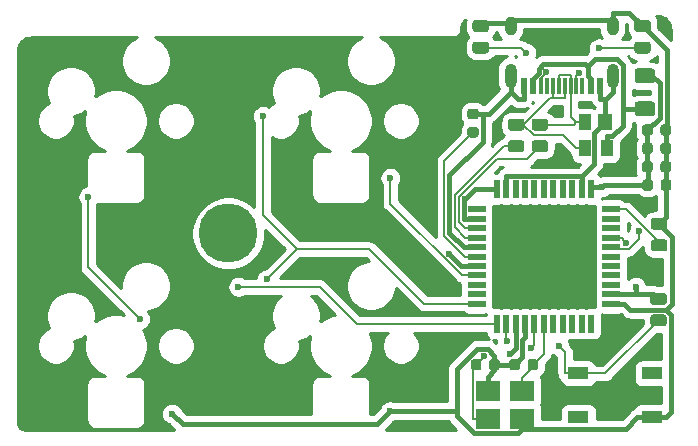
<source format=gbr>
%TF.GenerationSoftware,KiCad,Pcbnew,(5.1.7)-1*%
%TF.CreationDate,2020-10-26T01:34:48-04:00*%
%TF.ProjectId,OreoOrtho,4f72656f-4f72-4746-986f-2e6b69636164,rev?*%
%TF.SameCoordinates,Original*%
%TF.FileFunction,Copper,L1,Top*%
%TF.FilePolarity,Positive*%
%FSLAX46Y46*%
G04 Gerber Fmt 4.6, Leading zero omitted, Abs format (unit mm)*
G04 Created by KiCad (PCBNEW (5.1.7)-1) date 2020-10-26 01:34:48*
%MOMM*%
%LPD*%
G01*
G04 APERTURE LIST*
%TA.AperFunction,ComponentPad*%
%ADD10C,5.000000*%
%TD*%
%TA.AperFunction,SMDPad,CuDef*%
%ADD11R,0.550000X1.500000*%
%TD*%
%TA.AperFunction,SMDPad,CuDef*%
%ADD12R,1.500000X0.550000*%
%TD*%
%TA.AperFunction,SMDPad,CuDef*%
%ADD13R,0.600000X1.450000*%
%TD*%
%TA.AperFunction,SMDPad,CuDef*%
%ADD14R,0.300000X1.450000*%
%TD*%
%TA.AperFunction,ComponentPad*%
%ADD15O,1.000000X2.100000*%
%TD*%
%TA.AperFunction,ComponentPad*%
%ADD16O,1.000000X1.600000*%
%TD*%
%TA.AperFunction,SMDPad,CuDef*%
%ADD17R,2.100000X1.800000*%
%TD*%
%TA.AperFunction,SMDPad,CuDef*%
%ADD18R,1.000000X1.400000*%
%TD*%
%TA.AperFunction,SMDPad,CuDef*%
%ADD19R,1.200000X1.400000*%
%TD*%
%TA.AperFunction,SMDPad,CuDef*%
%ADD20R,1.800000X1.100000*%
%TD*%
%TA.AperFunction,ViaPad*%
%ADD21C,0.600000*%
%TD*%
%TA.AperFunction,Conductor*%
%ADD22C,0.200000*%
%TD*%
%TA.AperFunction,Conductor*%
%ADD23C,0.400000*%
%TD*%
%TA.AperFunction,NonConductor*%
%ADD24C,0.254000*%
%TD*%
%TA.AperFunction,NonConductor*%
%ADD25C,0.100000*%
%TD*%
G04 APERTURE END LIST*
D10*
%TO.P,H1,*%
%TO.N,*%
X159544000Y-54768800D03*
%TD*%
D11*
%TO.P,U1,44*%
%TO.N,+5V*%
X182261000Y-51028200D03*
%TO.P,U1,43*%
%TO.N,GND*%
X183061000Y-51028200D03*
%TO.P,U1,42*%
%TO.N,N/C*%
X183861000Y-51028200D03*
%TO.P,U1,41*%
X184661000Y-51028200D03*
%TO.P,U1,40*%
X185461000Y-51028200D03*
%TO.P,U1,39*%
X186261000Y-51028200D03*
%TO.P,U1,38*%
X187061000Y-51028200D03*
%TO.P,U1,37*%
X187861000Y-51028200D03*
%TO.P,U1,36*%
X188661000Y-51028200D03*
%TO.P,U1,35*%
%TO.N,GND*%
X189461000Y-51028200D03*
%TO.P,U1,34*%
%TO.N,+5V*%
X190261000Y-51028200D03*
D12*
%TO.P,U1,33*%
%TO.N,Net-(R2-Pad2)*%
X191961000Y-52728200D03*
%TO.P,U1,32*%
%TO.N,N/C*%
X191961000Y-53528200D03*
%TO.P,U1,31*%
X191961000Y-54328200D03*
%TO.P,U1,30*%
%TO.N,Row1*%
X191961000Y-55128200D03*
%TO.P,U1,29*%
%TO.N,Row0*%
X191961000Y-55928200D03*
%TO.P,U1,28*%
%TO.N,N/C*%
X191961000Y-56728200D03*
%TO.P,U1,27*%
X191961000Y-57528200D03*
%TO.P,U1,26*%
X191961000Y-58328200D03*
%TO.P,U1,25*%
X191961000Y-59128200D03*
%TO.P,U1,24*%
%TO.N,+5V*%
X191961000Y-59928200D03*
%TO.P,U1,23*%
%TO.N,GND*%
X191961000Y-60728200D03*
D11*
%TO.P,U1,22*%
%TO.N,N/C*%
X190261000Y-62428200D03*
%TO.P,U1,21*%
X189461000Y-62428200D03*
%TO.P,U1,20*%
X188661000Y-62428200D03*
%TO.P,U1,19*%
X187861000Y-62428200D03*
%TO.P,U1,18*%
X187061000Y-62428200D03*
%TO.P,U1,17*%
%TO.N,Net-(C1-Pad2)*%
X186261000Y-62428200D03*
%TO.P,U1,16*%
%TO.N,Net-(C2-Pad2)*%
X185461000Y-62428200D03*
%TO.P,U1,15*%
%TO.N,GND*%
X184661000Y-62428200D03*
%TO.P,U1,14*%
%TO.N,+5V*%
X183861000Y-62428200D03*
%TO.P,U1,13*%
%TO.N,RST*%
X183061000Y-62428200D03*
%TO.P,U1,12*%
%TO.N,Col0*%
X182261000Y-62428200D03*
D12*
%TO.P,U1,11*%
%TO.N,Col1*%
X180561000Y-60728200D03*
%TO.P,U1,10*%
%TO.N,N/C*%
X180561000Y-59928200D03*
%TO.P,U1,9*%
X180561000Y-59128200D03*
%TO.P,U1,8*%
%TO.N,LED*%
X180561000Y-58328200D03*
%TO.P,U1,7*%
%TO.N,+5V*%
X180561000Y-57528200D03*
%TO.P,U1,6*%
%TO.N,Net-(C3-Pad2)*%
X180561000Y-56728200D03*
%TO.P,U1,5*%
%TO.N,GND*%
X180561000Y-55928200D03*
%TO.P,U1,4*%
%TO.N,D+*%
X180561000Y-55128200D03*
%TO.P,U1,3*%
%TO.N,D-*%
X180561000Y-54328200D03*
%TO.P,U1,2*%
%TO.N,+5V*%
X180561000Y-53528200D03*
%TO.P,U1,1*%
%TO.N,N/C*%
X180561000Y-52728200D03*
%TD*%
%TO.P,C7,2*%
%TO.N,+5V*%
%TA.AperFunction,SMDPad,CuDef*%
G36*
G01*
X195486000Y-50428200D02*
X195486000Y-50928200D01*
G75*
G02*
X195261000Y-51153200I-225000J0D01*
G01*
X194811000Y-51153200D01*
G75*
G02*
X194586000Y-50928200I0J225000D01*
G01*
X194586000Y-50428200D01*
G75*
G02*
X194811000Y-50203200I225000J0D01*
G01*
X195261000Y-50203200D01*
G75*
G02*
X195486000Y-50428200I0J-225000D01*
G01*
G37*
%TD.AperFunction*%
%TO.P,C7,1*%
%TO.N,GND*%
%TA.AperFunction,SMDPad,CuDef*%
G36*
G01*
X197036000Y-50428200D02*
X197036000Y-50928200D01*
G75*
G02*
X196811000Y-51153200I-225000J0D01*
G01*
X196361000Y-51153200D01*
G75*
G02*
X196136000Y-50928200I0J225000D01*
G01*
X196136000Y-50428200D01*
G75*
G02*
X196361000Y-50203200I225000J0D01*
G01*
X196811000Y-50203200D01*
G75*
G02*
X197036000Y-50428200I0J-225000D01*
G01*
G37*
%TD.AperFunction*%
%TD*%
D13*
%TO.P,USB1,12*%
%TO.N,GND*%
X184536000Y-42323200D03*
%TO.P,USB1,1*%
X190986000Y-42323200D03*
%TO.P,USB1,11*%
%TO.N,VCC*%
X185311000Y-42323200D03*
%TO.P,USB1,2*%
X190211000Y-42323200D03*
D14*
%TO.P,USB1,3*%
%TO.N,N/C*%
X189511000Y-42323200D03*
%TO.P,USB1,10*%
%TO.N,Net-(R6-Pad1)*%
X186011000Y-42323200D03*
%TO.P,USB1,4*%
%TO.N,Net-(R3-Pad1)*%
X189011000Y-42323200D03*
%TO.P,USB1,9*%
%TO.N,N/C*%
X186511000Y-42323200D03*
%TO.P,USB1,5*%
%TO.N,Net-(R5-Pad2)*%
X188511000Y-42323200D03*
%TO.P,USB1,8*%
%TO.N,Net-(R4-Pad1)*%
X187011000Y-42323200D03*
%TO.P,USB1,7*%
%TO.N,Net-(R5-Pad2)*%
X187511000Y-42323200D03*
%TO.P,USB1,6*%
%TO.N,Net-(R4-Pad1)*%
X188011000Y-42323200D03*
D15*
%TO.P,USB1,13*%
%TO.N,GND*%
X192081000Y-41408200D03*
X183441000Y-41408200D03*
D16*
X192081000Y-37228200D03*
X183441000Y-37228200D03*
%TD*%
D17*
%TO.P,Y1,4*%
%TO.N,GND*%
X184399000Y-70443800D03*
%TO.P,Y1,3*%
%TO.N,Net-(C2-Pad2)*%
X181499000Y-70443800D03*
%TO.P,Y1,2*%
%TO.N,GND*%
X181499000Y-68143800D03*
%TO.P,Y1,1*%
%TO.N,Net-(C1-Pad2)*%
X184399000Y-68143800D03*
%TD*%
D18*
%TO.P,U2,4*%
%TO.N,VCC*%
X191611000Y-47578200D03*
%TO.P,U2,3*%
%TO.N,Net-(R4-Pad1)*%
X189711000Y-47578200D03*
%TO.P,U2,2*%
%TO.N,Net-(R5-Pad2)*%
X189711000Y-45378200D03*
D19*
%TO.P,U2,1*%
%TO.N,GND*%
X191431000Y-45378200D03*
%TD*%
D20*
%TO.P,RST_SW1,4*%
%TO.N,N/C*%
X189186000Y-70329900D03*
%TO.P,RST_SW1,3*%
X195386000Y-66629900D03*
%TO.P,RST_SW1,2*%
%TO.N,RST*%
X189186000Y-66629900D03*
%TO.P,RST_SW1,1*%
%TO.N,GND*%
X195386000Y-70329900D03*
%TD*%
%TO.P,R6,2*%
%TO.N,GND*%
%TA.AperFunction,SMDPad,CuDef*%
G36*
G01*
X181361002Y-37728200D02*
X180460998Y-37728200D01*
G75*
G02*
X180211000Y-37478202I0J249998D01*
G01*
X180211000Y-36953198D01*
G75*
G02*
X180460998Y-36703200I249998J0D01*
G01*
X181361002Y-36703200D01*
G75*
G02*
X181611000Y-36953198I0J-249998D01*
G01*
X181611000Y-37478202D01*
G75*
G02*
X181361002Y-37728200I-249998J0D01*
G01*
G37*
%TD.AperFunction*%
%TO.P,R6,1*%
%TO.N,Net-(R6-Pad1)*%
%TA.AperFunction,SMDPad,CuDef*%
G36*
G01*
X181361002Y-39553200D02*
X180460998Y-39553200D01*
G75*
G02*
X180211000Y-39303202I0J249998D01*
G01*
X180211000Y-38778198D01*
G75*
G02*
X180460998Y-38528200I249998J0D01*
G01*
X181361002Y-38528200D01*
G75*
G02*
X181611000Y-38778198I0J-249998D01*
G01*
X181611000Y-39303202D01*
G75*
G02*
X181361002Y-39553200I-249998J0D01*
G01*
G37*
%TD.AperFunction*%
%TD*%
%TO.P,R5,2*%
%TO.N,Net-(R5-Pad2)*%
%TA.AperFunction,SMDPad,CuDef*%
G36*
G01*
X186361002Y-46078200D02*
X185460998Y-46078200D01*
G75*
G02*
X185211000Y-45828202I0J249998D01*
G01*
X185211000Y-45303198D01*
G75*
G02*
X185460998Y-45053200I249998J0D01*
G01*
X186361002Y-45053200D01*
G75*
G02*
X186611000Y-45303198I0J-249998D01*
G01*
X186611000Y-45828202D01*
G75*
G02*
X186361002Y-46078200I-249998J0D01*
G01*
G37*
%TD.AperFunction*%
%TO.P,R5,1*%
%TO.N,D-*%
%TA.AperFunction,SMDPad,CuDef*%
G36*
G01*
X186361002Y-47903200D02*
X185460998Y-47903200D01*
G75*
G02*
X185211000Y-47653202I0J249998D01*
G01*
X185211000Y-47128198D01*
G75*
G02*
X185460998Y-46878200I249998J0D01*
G01*
X186361002Y-46878200D01*
G75*
G02*
X186611000Y-47128198I0J-249998D01*
G01*
X186611000Y-47653202D01*
G75*
G02*
X186361002Y-47903200I-249998J0D01*
G01*
G37*
%TD.AperFunction*%
%TD*%
%TO.P,R4,2*%
%TO.N,D+*%
%TA.AperFunction,SMDPad,CuDef*%
G36*
G01*
X183460998Y-46878200D02*
X184361002Y-46878200D01*
G75*
G02*
X184611000Y-47128198I0J-249998D01*
G01*
X184611000Y-47653202D01*
G75*
G02*
X184361002Y-47903200I-249998J0D01*
G01*
X183460998Y-47903200D01*
G75*
G02*
X183211000Y-47653202I0J249998D01*
G01*
X183211000Y-47128198D01*
G75*
G02*
X183460998Y-46878200I249998J0D01*
G01*
G37*
%TD.AperFunction*%
%TO.P,R4,1*%
%TO.N,Net-(R4-Pad1)*%
%TA.AperFunction,SMDPad,CuDef*%
G36*
G01*
X183460998Y-45053200D02*
X184361002Y-45053200D01*
G75*
G02*
X184611000Y-45303198I0J-249998D01*
G01*
X184611000Y-45828202D01*
G75*
G02*
X184361002Y-46078200I-249998J0D01*
G01*
X183460998Y-46078200D01*
G75*
G02*
X183211000Y-45828202I0J249998D01*
G01*
X183211000Y-45303198D01*
G75*
G02*
X183460998Y-45053200I249998J0D01*
G01*
G37*
%TD.AperFunction*%
%TD*%
%TO.P,R3,2*%
%TO.N,GND*%
%TA.AperFunction,SMDPad,CuDef*%
G36*
G01*
X195061002Y-37728200D02*
X194160998Y-37728200D01*
G75*
G02*
X193911000Y-37478202I0J249998D01*
G01*
X193911000Y-36953198D01*
G75*
G02*
X194160998Y-36703200I249998J0D01*
G01*
X195061002Y-36703200D01*
G75*
G02*
X195311000Y-36953198I0J-249998D01*
G01*
X195311000Y-37478202D01*
G75*
G02*
X195061002Y-37728200I-249998J0D01*
G01*
G37*
%TD.AperFunction*%
%TO.P,R3,1*%
%TO.N,Net-(R3-Pad1)*%
%TA.AperFunction,SMDPad,CuDef*%
G36*
G01*
X195061002Y-39553200D02*
X194160998Y-39553200D01*
G75*
G02*
X193911000Y-39303202I0J249998D01*
G01*
X193911000Y-38778198D01*
G75*
G02*
X194160998Y-38528200I249998J0D01*
G01*
X195061002Y-38528200D01*
G75*
G02*
X195311000Y-38778198I0J-249998D01*
G01*
X195311000Y-39303202D01*
G75*
G02*
X195061002Y-39553200I-249998J0D01*
G01*
G37*
%TD.AperFunction*%
%TD*%
%TO.P,R2,2*%
%TO.N,Net-(R2-Pad2)*%
%TA.AperFunction,SMDPad,CuDef*%
G36*
G01*
X195560998Y-55278200D02*
X196461002Y-55278200D01*
G75*
G02*
X196711000Y-55528198I0J-249998D01*
G01*
X196711000Y-56053202D01*
G75*
G02*
X196461002Y-56303200I-249998J0D01*
G01*
X195560998Y-56303200D01*
G75*
G02*
X195311000Y-56053202I0J249998D01*
G01*
X195311000Y-55528198D01*
G75*
G02*
X195560998Y-55278200I249998J0D01*
G01*
G37*
%TD.AperFunction*%
%TO.P,R2,1*%
%TO.N,GND*%
%TA.AperFunction,SMDPad,CuDef*%
G36*
G01*
X195560998Y-53453200D02*
X196461002Y-53453200D01*
G75*
G02*
X196711000Y-53703198I0J-249998D01*
G01*
X196711000Y-54228202D01*
G75*
G02*
X196461002Y-54478200I-249998J0D01*
G01*
X195560998Y-54478200D01*
G75*
G02*
X195311000Y-54228202I0J249998D01*
G01*
X195311000Y-53703198D01*
G75*
G02*
X195560998Y-53453200I249998J0D01*
G01*
G37*
%TD.AperFunction*%
%TD*%
%TO.P,R1,2*%
%TO.N,+5V*%
%TA.AperFunction,SMDPad,CuDef*%
G36*
G01*
X196411002Y-60828200D02*
X195510998Y-60828200D01*
G75*
G02*
X195261000Y-60578202I0J249998D01*
G01*
X195261000Y-60053198D01*
G75*
G02*
X195510998Y-59803200I249998J0D01*
G01*
X196411002Y-59803200D01*
G75*
G02*
X196661000Y-60053198I0J-249998D01*
G01*
X196661000Y-60578202D01*
G75*
G02*
X196411002Y-60828200I-249998J0D01*
G01*
G37*
%TD.AperFunction*%
%TO.P,R1,1*%
%TO.N,RST*%
%TA.AperFunction,SMDPad,CuDef*%
G36*
G01*
X196411002Y-62653200D02*
X195510998Y-62653200D01*
G75*
G02*
X195261000Y-62403202I0J249998D01*
G01*
X195261000Y-61878198D01*
G75*
G02*
X195510998Y-61628200I249998J0D01*
G01*
X196411002Y-61628200D01*
G75*
G02*
X196661000Y-61878198I0J-249998D01*
G01*
X196661000Y-62403202D01*
G75*
G02*
X196411002Y-62653200I-249998J0D01*
G01*
G37*
%TD.AperFunction*%
%TD*%
%TO.P,F1,2*%
%TO.N,VCC*%
%TA.AperFunction,SMDPad,CuDef*%
G36*
G01*
X194186000Y-43603200D02*
X195436000Y-43603200D01*
G75*
G02*
X195686000Y-43853200I0J-250000D01*
G01*
X195686000Y-44603200D01*
G75*
G02*
X195436000Y-44853200I-250000J0D01*
G01*
X194186000Y-44853200D01*
G75*
G02*
X193936000Y-44603200I0J250000D01*
G01*
X193936000Y-43853200D01*
G75*
G02*
X194186000Y-43603200I250000J0D01*
G01*
G37*
%TD.AperFunction*%
%TO.P,F1,1*%
%TO.N,+5V*%
%TA.AperFunction,SMDPad,CuDef*%
G36*
G01*
X194186000Y-40803200D02*
X195436000Y-40803200D01*
G75*
G02*
X195686000Y-41053200I0J-250000D01*
G01*
X195686000Y-41803200D01*
G75*
G02*
X195436000Y-42053200I-250000J0D01*
G01*
X194186000Y-42053200D01*
G75*
G02*
X193936000Y-41803200I0J250000D01*
G01*
X193936000Y-41053200D01*
G75*
G02*
X194186000Y-40803200I250000J0D01*
G01*
G37*
%TD.AperFunction*%
%TD*%
%TO.P,C6,2*%
%TO.N,+5V*%
%TA.AperFunction,SMDPad,CuDef*%
G36*
G01*
X195478000Y-48878200D02*
X195478000Y-49378200D01*
G75*
G02*
X195253000Y-49603200I-225000J0D01*
G01*
X194803000Y-49603200D01*
G75*
G02*
X194578000Y-49378200I0J225000D01*
G01*
X194578000Y-48878200D01*
G75*
G02*
X194803000Y-48653200I225000J0D01*
G01*
X195253000Y-48653200D01*
G75*
G02*
X195478000Y-48878200I0J-225000D01*
G01*
G37*
%TD.AperFunction*%
%TO.P,C6,1*%
%TO.N,GND*%
%TA.AperFunction,SMDPad,CuDef*%
G36*
G01*
X197028000Y-48878200D02*
X197028000Y-49378200D01*
G75*
G02*
X196803000Y-49603200I-225000J0D01*
G01*
X196353000Y-49603200D01*
G75*
G02*
X196128000Y-49378200I0J225000D01*
G01*
X196128000Y-48878200D01*
G75*
G02*
X196353000Y-48653200I225000J0D01*
G01*
X196803000Y-48653200D01*
G75*
G02*
X197028000Y-48878200I0J-225000D01*
G01*
G37*
%TD.AperFunction*%
%TD*%
%TO.P,C5,2*%
%TO.N,+5V*%
%TA.AperFunction,SMDPad,CuDef*%
G36*
G01*
X195478000Y-47328200D02*
X195478000Y-47828200D01*
G75*
G02*
X195253000Y-48053200I-225000J0D01*
G01*
X194803000Y-48053200D01*
G75*
G02*
X194578000Y-47828200I0J225000D01*
G01*
X194578000Y-47328200D01*
G75*
G02*
X194803000Y-47103200I225000J0D01*
G01*
X195253000Y-47103200D01*
G75*
G02*
X195478000Y-47328200I0J-225000D01*
G01*
G37*
%TD.AperFunction*%
%TO.P,C5,1*%
%TO.N,GND*%
%TA.AperFunction,SMDPad,CuDef*%
G36*
G01*
X197028000Y-47328200D02*
X197028000Y-47828200D01*
G75*
G02*
X196803000Y-48053200I-225000J0D01*
G01*
X196353000Y-48053200D01*
G75*
G02*
X196128000Y-47828200I0J225000D01*
G01*
X196128000Y-47328200D01*
G75*
G02*
X196353000Y-47103200I225000J0D01*
G01*
X196803000Y-47103200D01*
G75*
G02*
X197028000Y-47328200I0J-225000D01*
G01*
G37*
%TD.AperFunction*%
%TD*%
%TO.P,C4,2*%
%TO.N,+5V*%
%TA.AperFunction,SMDPad,CuDef*%
G36*
G01*
X195478000Y-45768800D02*
X195478000Y-46268800D01*
G75*
G02*
X195253000Y-46493800I-225000J0D01*
G01*
X194803000Y-46493800D01*
G75*
G02*
X194578000Y-46268800I0J225000D01*
G01*
X194578000Y-45768800D01*
G75*
G02*
X194803000Y-45543800I225000J0D01*
G01*
X195253000Y-45543800D01*
G75*
G02*
X195478000Y-45768800I0J-225000D01*
G01*
G37*
%TD.AperFunction*%
%TO.P,C4,1*%
%TO.N,GND*%
%TA.AperFunction,SMDPad,CuDef*%
G36*
G01*
X197028000Y-45768800D02*
X197028000Y-46268800D01*
G75*
G02*
X196803000Y-46493800I-225000J0D01*
G01*
X196353000Y-46493800D01*
G75*
G02*
X196128000Y-46268800I0J225000D01*
G01*
X196128000Y-45768800D01*
G75*
G02*
X196353000Y-45543800I225000J0D01*
G01*
X196803000Y-45543800D01*
G75*
G02*
X197028000Y-45768800I0J-225000D01*
G01*
G37*
%TD.AperFunction*%
%TD*%
%TO.P,C3,2*%
%TO.N,Net-(C3-Pad2)*%
%TA.AperFunction,SMDPad,CuDef*%
G36*
G01*
X180011000Y-45753200D02*
X180511000Y-45753200D01*
G75*
G02*
X180736000Y-45978200I0J-225000D01*
G01*
X180736000Y-46428200D01*
G75*
G02*
X180511000Y-46653200I-225000J0D01*
G01*
X180011000Y-46653200D01*
G75*
G02*
X179786000Y-46428200I0J225000D01*
G01*
X179786000Y-45978200D01*
G75*
G02*
X180011000Y-45753200I225000J0D01*
G01*
G37*
%TD.AperFunction*%
%TO.P,C3,1*%
%TO.N,GND*%
%TA.AperFunction,SMDPad,CuDef*%
G36*
G01*
X180011000Y-44203200D02*
X180511000Y-44203200D01*
G75*
G02*
X180736000Y-44428200I0J-225000D01*
G01*
X180736000Y-44878200D01*
G75*
G02*
X180511000Y-45103200I-225000J0D01*
G01*
X180011000Y-45103200D01*
G75*
G02*
X179786000Y-44878200I0J225000D01*
G01*
X179786000Y-44428200D01*
G75*
G02*
X180011000Y-44203200I225000J0D01*
G01*
G37*
%TD.AperFunction*%
%TD*%
%TO.P,C2,2*%
%TO.N,Net-(C2-Pad2)*%
%TA.AperFunction,SMDPad,CuDef*%
G36*
G01*
X180974000Y-65643800D02*
X180974000Y-66143800D01*
G75*
G02*
X180749000Y-66368800I-225000J0D01*
G01*
X180299000Y-66368800D01*
G75*
G02*
X180074000Y-66143800I0J225000D01*
G01*
X180074000Y-65643800D01*
G75*
G02*
X180299000Y-65418800I225000J0D01*
G01*
X180749000Y-65418800D01*
G75*
G02*
X180974000Y-65643800I0J-225000D01*
G01*
G37*
%TD.AperFunction*%
%TO.P,C2,1*%
%TO.N,GND*%
%TA.AperFunction,SMDPad,CuDef*%
G36*
G01*
X182524000Y-65643800D02*
X182524000Y-66143800D01*
G75*
G02*
X182299000Y-66368800I-225000J0D01*
G01*
X181849000Y-66368800D01*
G75*
G02*
X181624000Y-66143800I0J225000D01*
G01*
X181624000Y-65643800D01*
G75*
G02*
X181849000Y-65418800I225000J0D01*
G01*
X182299000Y-65418800D01*
G75*
G02*
X182524000Y-65643800I0J-225000D01*
G01*
G37*
%TD.AperFunction*%
%TD*%
%TO.P,C1,2*%
%TO.N,Net-(C1-Pad2)*%
%TA.AperFunction,SMDPad,CuDef*%
G36*
G01*
X184874000Y-66143800D02*
X184874000Y-65643800D01*
G75*
G02*
X185099000Y-65418800I225000J0D01*
G01*
X185549000Y-65418800D01*
G75*
G02*
X185774000Y-65643800I0J-225000D01*
G01*
X185774000Y-66143800D01*
G75*
G02*
X185549000Y-66368800I-225000J0D01*
G01*
X185099000Y-66368800D01*
G75*
G02*
X184874000Y-66143800I0J225000D01*
G01*
G37*
%TD.AperFunction*%
%TO.P,C1,1*%
%TO.N,GND*%
%TA.AperFunction,SMDPad,CuDef*%
G36*
G01*
X183324000Y-66143800D02*
X183324000Y-65643800D01*
G75*
G02*
X183549000Y-65418800I225000J0D01*
G01*
X183999000Y-65418800D01*
G75*
G02*
X184224000Y-65643800I0J-225000D01*
G01*
X184224000Y-66143800D01*
G75*
G02*
X183999000Y-66368800I-225000J0D01*
G01*
X183549000Y-66368800D01*
G75*
G02*
X183324000Y-66143800I0J225000D01*
G01*
G37*
%TD.AperFunction*%
%TD*%
D21*
%TO.N,GND*%
X173232400Y-69826600D03*
X154772000Y-70041900D03*
%TO.N,Net-(C2-Pad2)*%
X185197800Y-64500100D03*
X181221700Y-65154800D03*
%TO.N,+5V*%
X191153700Y-50862700D03*
X194038800Y-59292600D03*
X178263000Y-56521900D03*
X179563700Y-51888600D03*
X183377800Y-64985100D03*
%TO.N,Row0*%
X194329100Y-54596200D03*
%TO.N,Row1*%
X193176700Y-55554100D03*
%TO.N,Net-(LED2-Pad2)*%
X152053100Y-62021000D03*
X147683600Y-51681600D03*
%TO.N,Net-(R3-Pad1)*%
X189269900Y-41167000D03*
X190904900Y-39113600D03*
%TO.N,Net-(R6-Pad1)*%
X186439100Y-41070700D03*
X184746900Y-39465900D03*
%TO.N,Col0*%
X160398100Y-59296300D03*
%TO.N,Col1*%
X162469200Y-44841100D03*
X162805200Y-58642600D03*
%TO.N,RST*%
X183135200Y-63917000D03*
X187572600Y-64328500D03*
%TO.N,LED*%
X173258600Y-50087100D03*
%TD*%
D22*
%TO.N,Net-(C1-Pad2)*%
X185324000Y-65893800D02*
X185324000Y-66091500D01*
X185324000Y-66091500D02*
X184399000Y-67016500D01*
X186261000Y-62428200D02*
X186261000Y-64956800D01*
X186261000Y-64956800D02*
X185324000Y-65893800D01*
X184399000Y-68143800D02*
X184399000Y-67016500D01*
D23*
%TO.N,GND*%
X182074000Y-65893800D02*
X182074000Y-65111100D01*
X182074000Y-65111100D02*
X181490400Y-64527500D01*
X181490400Y-64527500D02*
X180615900Y-64527500D01*
X180615900Y-64527500D02*
X178901200Y-66242200D01*
X178901200Y-66242200D02*
X178901200Y-69826600D01*
X182074000Y-65893800D02*
X183774000Y-65893800D01*
X181499000Y-68143800D02*
X181499000Y-66916500D01*
X184399000Y-71307300D02*
X184035100Y-71671200D01*
X184035100Y-71671200D02*
X180305300Y-71671200D01*
X180305300Y-71671200D02*
X178901200Y-70267100D01*
X178901200Y-70267100D02*
X178901200Y-69826600D01*
X184399000Y-71307300D02*
X193181300Y-71307300D01*
X193181300Y-71307300D02*
X194158700Y-70329900D01*
X178901200Y-69826600D02*
X173232400Y-69826600D01*
X182074000Y-65893800D02*
X182074000Y-66341500D01*
X182074000Y-66341500D02*
X181499000Y-66916500D01*
X196586000Y-50678200D02*
X196586000Y-53390700D01*
X196586000Y-53390700D02*
X196011000Y-53965700D01*
X196578000Y-49128200D02*
X196586000Y-49136200D01*
X196586000Y-49136200D02*
X196586000Y-50678200D01*
X196011000Y-53965700D02*
X197088700Y-55043400D01*
X197088700Y-55043400D02*
X197088700Y-60745800D01*
X197088700Y-60745800D02*
X196606300Y-61228200D01*
X195386000Y-70329900D02*
X194158700Y-70329900D01*
X184399000Y-70443800D02*
X184399000Y-71307300D01*
X196606300Y-61228200D02*
X193538300Y-61228200D01*
X193538300Y-61228200D02*
X193038300Y-60728200D01*
X196613300Y-70329900D02*
X197027700Y-69915500D01*
X197027700Y-69915500D02*
X197027700Y-61649600D01*
X197027700Y-61649600D02*
X196606300Y-61228200D01*
X191961000Y-60728200D02*
X193038300Y-60728200D01*
X195386000Y-70329900D02*
X196613300Y-70329900D01*
X181071200Y-44653200D02*
X181573300Y-44653200D01*
X181573300Y-44653200D02*
X183441000Y-42785500D01*
X180261000Y-44653200D02*
X181071200Y-44653200D01*
X181071200Y-44653200D02*
X181071200Y-47019000D01*
X181071200Y-47019000D02*
X178263100Y-49827100D01*
X178263100Y-49827100D02*
X178263100Y-54707600D01*
X178263100Y-54707600D02*
X179483700Y-55928200D01*
X180561000Y-55928200D02*
X179483700Y-55928200D01*
X184536000Y-42323200D02*
X184536000Y-43375500D01*
X183441000Y-41408200D02*
X183441000Y-42785500D01*
X183441000Y-42785500D02*
X184031000Y-43375500D01*
X184031000Y-43375500D02*
X184536000Y-43375500D01*
X154772000Y-70041900D02*
X155663700Y-70933600D01*
X155663700Y-70933600D02*
X172125400Y-70933600D01*
X172125400Y-70933600D02*
X173232400Y-69826600D01*
X184661000Y-62428200D02*
X184661000Y-63505500D01*
X183774000Y-65893800D02*
X184398500Y-65269300D01*
X184398500Y-65269300D02*
X184398500Y-63768000D01*
X184398500Y-63768000D02*
X184661000Y-63505500D01*
X196578000Y-46018800D02*
X196645100Y-45951700D01*
X196645100Y-45951700D02*
X196645100Y-39249800D01*
X196645100Y-39249800D02*
X194611000Y-37215700D01*
X196578000Y-46018800D02*
X196578000Y-47578200D01*
X189461000Y-49950900D02*
X190538400Y-48873500D01*
X190538400Y-48873500D02*
X190538400Y-46270800D01*
X190538400Y-46270800D02*
X191431000Y-45378200D01*
X183061000Y-49950900D02*
X189461000Y-49950900D01*
X189461000Y-51028200D02*
X189461000Y-49950900D01*
X183061000Y-51028200D02*
X183061000Y-49950900D01*
X183441000Y-36918600D02*
X181208100Y-36918600D01*
X181208100Y-36918600D02*
X180911000Y-37215700D01*
X183441000Y-36918600D02*
X183441000Y-36609000D01*
X183441000Y-37228200D02*
X183441000Y-36918600D01*
X192081000Y-36100900D02*
X193496200Y-36100900D01*
X193496200Y-36100900D02*
X194611000Y-37215700D01*
X191431000Y-43375500D02*
X190986000Y-43375500D01*
X192081000Y-42785500D02*
X191491000Y-43375500D01*
X191491000Y-43375500D02*
X191431000Y-43375500D01*
X191431000Y-43375500D02*
X191431000Y-45378200D01*
X190986000Y-42323200D02*
X190986000Y-43375500D01*
X192081000Y-36664500D02*
X183496500Y-36664500D01*
X183496500Y-36664500D02*
X183441000Y-36609000D01*
X192081000Y-36664500D02*
X192081000Y-36100900D01*
X192081000Y-37228200D02*
X192081000Y-36664500D01*
X192081000Y-41408200D02*
X192081000Y-42785500D01*
X196578000Y-47578200D02*
X196578000Y-49128200D01*
D22*
%TO.N,Net-(C2-Pad2)*%
X185197800Y-64500100D02*
X185461000Y-64236900D01*
X185461000Y-64236900D02*
X185461000Y-62428200D01*
X180524000Y-65893800D02*
X181221700Y-65196100D01*
X181221700Y-65196100D02*
X181221700Y-65154800D01*
X180221700Y-70443800D02*
X180221700Y-66196100D01*
X180221700Y-66196100D02*
X180524000Y-65893800D01*
X181499000Y-70443800D02*
X180221700Y-70443800D01*
%TO.N,Net-(C3-Pad2)*%
X180561000Y-56728200D02*
X179583700Y-56728200D01*
X180261000Y-46203200D02*
X177835700Y-48628500D01*
X177835700Y-48628500D02*
X177835700Y-54980200D01*
X177835700Y-54980200D02*
X179583700Y-56728200D01*
D23*
%TO.N,+5V*%
X191153700Y-50862700D02*
X191338200Y-50678200D01*
X191338200Y-50678200D02*
X195036000Y-50678200D01*
X191153700Y-50862700D02*
X190261000Y-50862700D01*
X195028000Y-49128200D02*
X195036000Y-49136200D01*
X195036000Y-49136200D02*
X195036000Y-50678200D01*
X195028000Y-47578200D02*
X195028000Y-49128200D01*
X190261000Y-51028200D02*
X190261000Y-50862700D01*
X194038800Y-59891200D02*
X193075300Y-59891200D01*
X193075300Y-59891200D02*
X193038300Y-59928200D01*
X195961000Y-60315700D02*
X195536500Y-59891200D01*
X195536500Y-59891200D02*
X194038800Y-59891200D01*
X194038800Y-59292600D02*
X194038800Y-59891200D01*
X178263000Y-56521900D02*
X179269300Y-57528200D01*
X179269300Y-57528200D02*
X180561000Y-57528200D01*
X183377800Y-64985100D02*
X183861000Y-64501900D01*
X183861000Y-64501900D02*
X183861000Y-62428200D01*
X179563700Y-51888600D02*
X180424100Y-51028200D01*
X180424100Y-51028200D02*
X182261000Y-51028200D01*
X179483700Y-53528200D02*
X179483700Y-51968600D01*
X179483700Y-51968600D02*
X179563700Y-51888600D01*
X180561000Y-53528200D02*
X179483700Y-53528200D01*
X191961000Y-59928200D02*
X193038300Y-59928200D01*
X194811000Y-41428200D02*
X195412900Y-41428200D01*
X195412900Y-41428200D02*
X196058500Y-42073800D01*
X196058500Y-42073800D02*
X196058500Y-44988300D01*
X196058500Y-44988300D02*
X195028000Y-46018800D01*
X195028000Y-46018800D02*
X195028000Y-47578200D01*
D22*
%TO.N,Row0*%
X194329100Y-54596200D02*
X194329100Y-55204800D01*
X194329100Y-55204800D02*
X193447800Y-56086100D01*
X193447800Y-56086100D02*
X192118900Y-56086100D01*
X192118900Y-56086100D02*
X191961000Y-55928200D01*
%TO.N,Row1*%
X191961000Y-55128200D02*
X192938300Y-55128200D01*
X192938300Y-55128200D02*
X192938300Y-55315700D01*
X192938300Y-55315700D02*
X193176700Y-55554100D01*
D23*
%TO.N,VCC*%
X189955500Y-40621500D02*
X189777400Y-40443400D01*
X189777400Y-40443400D02*
X186179400Y-40443400D01*
X186179400Y-40443400D02*
X185811800Y-40811000D01*
X185811800Y-40811000D02*
X185811800Y-41167000D01*
X185811800Y-41167000D02*
X185311000Y-41667800D01*
X185311000Y-41667800D02*
X185311000Y-42323200D01*
X189955500Y-40621500D02*
X190577100Y-39999900D01*
X190577100Y-39999900D02*
X192432400Y-39999900D01*
X192432400Y-39999900D02*
X192962100Y-40529600D01*
X192962100Y-40529600D02*
X192962100Y-44228200D01*
X190211000Y-42323200D02*
X190211000Y-41679900D01*
X190211000Y-41679900D02*
X189955500Y-41424400D01*
X189955500Y-41424400D02*
X189955500Y-40621500D01*
X191611000Y-46550900D02*
X192049600Y-46550900D01*
X192049600Y-46550900D02*
X192962100Y-45638400D01*
X192962100Y-45638400D02*
X192962100Y-44228200D01*
X194811000Y-44228200D02*
X192962100Y-44228200D01*
X191611000Y-47578200D02*
X191611000Y-46550900D01*
D22*
%TO.N,Net-(LED2-Pad2)*%
X147683600Y-51681600D02*
X147683600Y-57651500D01*
X147683600Y-57651500D02*
X152053100Y-62021000D01*
%TO.N,Net-(R2-Pad2)*%
X196011000Y-55790700D02*
X196011000Y-55532400D01*
X196011000Y-55532400D02*
X193206800Y-52728200D01*
X193206800Y-52728200D02*
X191961000Y-52728200D01*
%TO.N,Net-(R3-Pad1)*%
X189011000Y-42323200D02*
X189011000Y-41370900D01*
X189269900Y-41167000D02*
X189066000Y-41370900D01*
X189066000Y-41370900D02*
X189011000Y-41370900D01*
X194611000Y-39040700D02*
X190977800Y-39040700D01*
X190977800Y-39040700D02*
X190904900Y-39113600D01*
%TO.N,D+*%
X183911000Y-47390700D02*
X182853200Y-47390700D01*
X182853200Y-47390700D02*
X178695600Y-51548300D01*
X178695600Y-51548300D02*
X178695600Y-54240100D01*
X178695600Y-54240100D02*
X179583700Y-55128200D01*
X180561000Y-55128200D02*
X179583700Y-55128200D01*
%TO.N,Net-(R4-Pad1)*%
X188011000Y-42323200D02*
X188011000Y-43275500D01*
X187011000Y-43275500D02*
X186792900Y-43275500D01*
X186792900Y-43275500D02*
X184493800Y-45574600D01*
X188011000Y-43275500D02*
X187011000Y-43275500D01*
X184493800Y-45574600D02*
X185397300Y-46478200D01*
X185397300Y-46478200D02*
X187883700Y-46478200D01*
X187883700Y-46478200D02*
X188983700Y-47578200D01*
X183911000Y-45565700D02*
X184484800Y-45565700D01*
X184484800Y-45565700D02*
X184493800Y-45574600D01*
X187011000Y-42323200D02*
X187011000Y-43275500D01*
X189711000Y-47578200D02*
X188983700Y-47578200D01*
%TO.N,Net-(R5-Pad2)*%
X188983700Y-45378200D02*
X188511000Y-44905500D01*
X188511000Y-44905500D02*
X188511000Y-42323200D01*
X185911000Y-45565700D02*
X188796200Y-45565700D01*
X188796200Y-45565700D02*
X188983700Y-45378200D01*
X189711000Y-45378200D02*
X188983700Y-45378200D01*
X188511000Y-42323200D02*
X188511000Y-41370900D01*
X187511000Y-42323200D02*
X187511000Y-41370900D01*
X187511000Y-41370900D02*
X188511000Y-41370900D01*
%TO.N,D-*%
X185911000Y-47390700D02*
X184867700Y-48434000D01*
X184867700Y-48434000D02*
X182272700Y-48434000D01*
X182272700Y-48434000D02*
X179032300Y-51674400D01*
X179032300Y-51674400D02*
X179032300Y-53776800D01*
X179032300Y-53776800D02*
X179583700Y-54328200D01*
X180561000Y-54328200D02*
X179583700Y-54328200D01*
%TO.N,Net-(R6-Pad1)*%
X186011000Y-42323200D02*
X186011000Y-41589400D01*
X186011000Y-41589400D02*
X186439100Y-41161300D01*
X186439100Y-41161300D02*
X186439100Y-41070700D01*
X180911000Y-39040700D02*
X184321700Y-39040700D01*
X184321700Y-39040700D02*
X184746900Y-39465900D01*
%TO.N,Col0*%
X160398100Y-59296300D02*
X167292200Y-59296300D01*
X167292200Y-59296300D02*
X170424100Y-62428200D01*
X170424100Y-62428200D02*
X182261000Y-62428200D01*
%TO.N,Col1*%
X165344200Y-56103600D02*
X171486300Y-56103600D01*
X171486300Y-56103600D02*
X176110900Y-60728200D01*
X176110900Y-60728200D02*
X180561000Y-60728200D01*
X162805200Y-58642600D02*
X165344200Y-56103600D01*
X162469200Y-44841100D02*
X162469200Y-53228600D01*
X162469200Y-53228600D02*
X165344200Y-56103600D01*
%TO.N,RST*%
X189186000Y-66629900D02*
X188058700Y-66629900D01*
X188058700Y-66629900D02*
X188058700Y-64814600D01*
X188058700Y-64814600D02*
X187572600Y-64328500D01*
X183135200Y-63917000D02*
X183061000Y-63842800D01*
X183061000Y-63842800D02*
X183061000Y-62428200D01*
X189186000Y-66629900D02*
X189749700Y-66629900D01*
X189749700Y-66629900D02*
X191471800Y-66629900D01*
X195961000Y-62140700D02*
X191471800Y-66629900D01*
%TO.N,LED*%
X173258600Y-50087100D02*
X173258600Y-52263100D01*
X173258600Y-52263100D02*
X179323700Y-58328200D01*
X179323700Y-58328200D02*
X180561000Y-58328200D01*
%TD*%
D24*
X178203564Y-70733245D02*
X178307909Y-70860391D01*
X178339779Y-70886546D01*
X178832056Y-71378823D01*
X172861044Y-71378823D01*
X173520614Y-70719254D01*
X173659804Y-70661600D01*
X178165269Y-70661600D01*
X178203564Y-70733245D01*
%TA.AperFunction,NonConductor*%
D25*
G36*
X178203564Y-70733245D02*
G01*
X178307909Y-70860391D01*
X178339779Y-70886546D01*
X178832056Y-71378823D01*
X172861044Y-71378823D01*
X173520614Y-70719254D01*
X173659804Y-70661600D01*
X178165269Y-70661600D01*
X178203564Y-70733245D01*
G37*
%TD.AperFunction*%
D24*
X179589992Y-36779944D02*
X179572928Y-36953198D01*
X179572928Y-37478202D01*
X179589992Y-37651456D01*
X179640528Y-37818052D01*
X179722595Y-37971587D01*
X179833038Y-38106162D01*
X179859891Y-38128200D01*
X179833038Y-38150238D01*
X179722595Y-38284813D01*
X179640528Y-38438348D01*
X179589992Y-38604944D01*
X179572928Y-38778198D01*
X179572928Y-39303202D01*
X179589992Y-39476456D01*
X179640528Y-39643052D01*
X179722595Y-39796587D01*
X179833038Y-39931162D01*
X179967613Y-40041605D01*
X180121148Y-40123672D01*
X180287744Y-40174208D01*
X180460998Y-40191272D01*
X181361002Y-40191272D01*
X181534256Y-40174208D01*
X181700852Y-40123672D01*
X181854387Y-40041605D01*
X181988962Y-39931162D01*
X182099405Y-39796587D01*
X182110569Y-39775700D01*
X183099573Y-39775700D01*
X183004554Y-39804524D01*
X182807378Y-39909916D01*
X182634552Y-40051751D01*
X182492717Y-40224577D01*
X182387324Y-40421753D01*
X182322423Y-40635701D01*
X182306000Y-40802448D01*
X182306000Y-42013951D01*
X182322423Y-42180698D01*
X182387324Y-42394646D01*
X182479164Y-42566468D01*
X181227433Y-43818200D01*
X181121517Y-43818200D01*
X181121284Y-43817916D01*
X180990497Y-43710582D01*
X180841283Y-43630825D01*
X180679377Y-43581712D01*
X180511000Y-43565128D01*
X180011000Y-43565128D01*
X179842623Y-43581712D01*
X179680717Y-43630825D01*
X179531503Y-43710582D01*
X179400716Y-43817916D01*
X179293382Y-43948703D01*
X179213625Y-44097917D01*
X179164512Y-44259823D01*
X179147928Y-44428200D01*
X179147928Y-44878200D01*
X179164512Y-45046577D01*
X179213625Y-45208483D01*
X179293382Y-45357697D01*
X179351242Y-45428200D01*
X179293382Y-45498703D01*
X179213625Y-45647917D01*
X179164512Y-45809823D01*
X179147928Y-45978200D01*
X179147928Y-46276825D01*
X177341508Y-48083246D01*
X177313462Y-48106263D01*
X177221613Y-48218181D01*
X177153363Y-48345868D01*
X177125268Y-48438484D01*
X177111335Y-48484415D01*
X177097144Y-48628500D01*
X177100700Y-48664605D01*
X177100701Y-54944085D01*
X177097144Y-54980200D01*
X177106102Y-55071156D01*
X173993600Y-51958654D01*
X173993600Y-50670051D01*
X174087186Y-50529989D01*
X174157668Y-50359829D01*
X174193600Y-50179189D01*
X174193600Y-49995011D01*
X174157668Y-49814371D01*
X174087186Y-49644211D01*
X173984862Y-49491072D01*
X173854628Y-49360838D01*
X173701489Y-49258514D01*
X173531329Y-49188032D01*
X173350689Y-49152100D01*
X173166511Y-49152100D01*
X172985871Y-49188032D01*
X172815711Y-49258514D01*
X172662572Y-49360838D01*
X172532338Y-49491072D01*
X172430014Y-49644211D01*
X172359532Y-49814371D01*
X172323600Y-49995011D01*
X172323600Y-50179189D01*
X172359532Y-50359829D01*
X172430014Y-50529989D01*
X172523600Y-50670051D01*
X172523601Y-52226985D01*
X172520044Y-52263100D01*
X172534235Y-52407185D01*
X172564829Y-52508038D01*
X172576264Y-52545733D01*
X172644514Y-52673420D01*
X172736363Y-52785338D01*
X172764408Y-52808354D01*
X178778446Y-58822393D01*
X178801462Y-58850438D01*
X178829506Y-58873453D01*
X178913380Y-58942287D01*
X179041066Y-59010537D01*
X179172928Y-59050537D01*
X179172928Y-59403200D01*
X179185188Y-59527682D01*
X179185345Y-59528200D01*
X179185188Y-59528718D01*
X179172928Y-59653200D01*
X179172928Y-59993200D01*
X176415347Y-59993200D01*
X172031559Y-55609413D01*
X172008538Y-55581362D01*
X171896620Y-55489513D01*
X171768933Y-55421263D01*
X171630385Y-55379235D01*
X171522405Y-55368600D01*
X171486300Y-55365044D01*
X171450195Y-55368600D01*
X165648647Y-55368600D01*
X163204200Y-52924154D01*
X163204200Y-46625677D01*
X163238221Y-46648409D01*
X163526673Y-46767889D01*
X163832891Y-46828800D01*
X164145109Y-46828800D01*
X164451327Y-46767889D01*
X164739779Y-46648409D01*
X164999379Y-46474950D01*
X165220150Y-46254179D01*
X165393609Y-45994579D01*
X165513089Y-45706127D01*
X165574000Y-45399909D01*
X165574000Y-45087691D01*
X165522391Y-44828235D01*
X165881756Y-44756753D01*
X166270302Y-44595812D01*
X166492748Y-44447178D01*
X166487183Y-44460614D01*
X166384000Y-44979351D01*
X166384000Y-45508249D01*
X166487183Y-46026986D01*
X166689583Y-46515625D01*
X166983424Y-46955388D01*
X167357412Y-47329376D01*
X167797175Y-47623217D01*
X168130538Y-47761300D01*
X167303135Y-47761300D01*
X167269000Y-47757938D01*
X167234866Y-47761300D01*
X167234865Y-47761300D01*
X167132756Y-47771357D01*
X167001748Y-47811098D01*
X166881011Y-47875633D01*
X166775183Y-47962483D01*
X166688333Y-48068311D01*
X166623798Y-48189048D01*
X166584057Y-48320056D01*
X166570638Y-48456300D01*
X166574001Y-48490445D01*
X166574000Y-51522165D01*
X166570638Y-51556300D01*
X166584057Y-51692544D01*
X166623798Y-51823552D01*
X166688333Y-51944289D01*
X166775183Y-52050117D01*
X166875310Y-52132288D01*
X166881011Y-52136967D01*
X167001748Y-52201502D01*
X167132756Y-52241243D01*
X167269000Y-52254662D01*
X167303134Y-52251300D01*
X170834866Y-52251300D01*
X170869000Y-52254662D01*
X171005244Y-52241243D01*
X171136252Y-52201502D01*
X171256989Y-52136967D01*
X171362817Y-52050117D01*
X171449667Y-51944289D01*
X171514202Y-51823552D01*
X171553943Y-51692544D01*
X171564000Y-51590435D01*
X171564000Y-51590434D01*
X171567362Y-51556300D01*
X171564000Y-51522165D01*
X171564000Y-48490435D01*
X171567362Y-48456300D01*
X171557191Y-48353028D01*
X171553943Y-48320056D01*
X171514202Y-48189048D01*
X171449667Y-48068311D01*
X171435117Y-48050582D01*
X171362817Y-47962483D01*
X171256989Y-47875633D01*
X171136252Y-47811098D01*
X171005244Y-47771357D01*
X170903135Y-47761300D01*
X170903134Y-47761300D01*
X170869000Y-47757938D01*
X170834865Y-47761300D01*
X170007462Y-47761300D01*
X170340825Y-47623217D01*
X170780588Y-47329376D01*
X171154576Y-46955388D01*
X171448417Y-46515625D01*
X171650817Y-46026986D01*
X171754000Y-45508249D01*
X171754000Y-45087691D01*
X172564000Y-45087691D01*
X172564000Y-45399909D01*
X172624911Y-45706127D01*
X172744391Y-45994579D01*
X172917850Y-46254179D01*
X173138621Y-46474950D01*
X173398221Y-46648409D01*
X173686673Y-46767889D01*
X173992891Y-46828800D01*
X174305109Y-46828800D01*
X174611327Y-46767889D01*
X174899779Y-46648409D01*
X175159379Y-46474950D01*
X175380150Y-46254179D01*
X175553609Y-45994579D01*
X175673089Y-45706127D01*
X175734000Y-45399909D01*
X175734000Y-45087691D01*
X175673089Y-44781473D01*
X175553609Y-44493021D01*
X175380150Y-44233421D01*
X175159379Y-44012650D01*
X174899779Y-43839191D01*
X174611327Y-43719711D01*
X174305109Y-43658800D01*
X173992891Y-43658800D01*
X173686673Y-43719711D01*
X173398221Y-43839191D01*
X173138621Y-44012650D01*
X172917850Y-44233421D01*
X172744391Y-44493021D01*
X172624911Y-44781473D01*
X172564000Y-45087691D01*
X171754000Y-45087691D01*
X171754000Y-44979351D01*
X171650817Y-44460614D01*
X171448417Y-43971975D01*
X171154576Y-43532212D01*
X170780588Y-43158224D01*
X170340825Y-42864383D01*
X169852186Y-42661983D01*
X169333449Y-42558800D01*
X168804551Y-42558800D01*
X168285814Y-42661983D01*
X167797175Y-42864383D01*
X167357412Y-43158224D01*
X167342463Y-43173173D01*
X167394000Y-42914079D01*
X167394000Y-42493521D01*
X167311953Y-42081044D01*
X167151012Y-41692498D01*
X166917363Y-41342817D01*
X166619983Y-41045437D01*
X166270302Y-40811788D01*
X165881756Y-40650847D01*
X165469279Y-40568800D01*
X165048721Y-40568800D01*
X164636244Y-40650847D01*
X164247698Y-40811788D01*
X163898017Y-41045437D01*
X163600637Y-41342817D01*
X163366988Y-41692498D01*
X163206047Y-42081044D01*
X163124000Y-42493521D01*
X163124000Y-42914079D01*
X163206047Y-43326556D01*
X163366988Y-43715102D01*
X163404015Y-43770517D01*
X163238221Y-43839191D01*
X162978621Y-44012650D01*
X162952054Y-44039217D01*
X162912089Y-44012514D01*
X162741929Y-43942032D01*
X162561289Y-43906100D01*
X162377111Y-43906100D01*
X162196471Y-43942032D01*
X162026311Y-44012514D01*
X161873172Y-44114838D01*
X161742938Y-44245072D01*
X161640614Y-44398211D01*
X161570132Y-44568371D01*
X161534200Y-44749011D01*
X161534200Y-44933189D01*
X161570132Y-45113829D01*
X161640614Y-45283989D01*
X161734200Y-45424051D01*
X161734201Y-52525441D01*
X161542446Y-52333686D01*
X161028979Y-51990599D01*
X160458446Y-51754276D01*
X159852771Y-51633800D01*
X159235229Y-51633800D01*
X158629554Y-51754276D01*
X158059021Y-51990599D01*
X157545554Y-52333686D01*
X157108886Y-52770354D01*
X156765799Y-53283821D01*
X156529476Y-53854354D01*
X156409000Y-54460029D01*
X156409000Y-55077571D01*
X156529476Y-55683246D01*
X156765799Y-56253779D01*
X157108886Y-56767246D01*
X157545554Y-57203914D01*
X158059021Y-57547001D01*
X158629554Y-57783324D01*
X159235229Y-57903800D01*
X159852771Y-57903800D01*
X160458446Y-57783324D01*
X161028979Y-57547001D01*
X161542446Y-57203914D01*
X161979114Y-56767246D01*
X162322201Y-56253779D01*
X162558524Y-55683246D01*
X162679000Y-55077571D01*
X162679000Y-54477846D01*
X164304753Y-56103600D01*
X162697685Y-57710668D01*
X162532471Y-57743532D01*
X162362311Y-57814014D01*
X162209172Y-57916338D01*
X162078938Y-58046572D01*
X161976614Y-58199711D01*
X161906132Y-58369871D01*
X161870200Y-58550511D01*
X161870200Y-58561300D01*
X160981051Y-58561300D01*
X160840989Y-58467714D01*
X160670829Y-58397232D01*
X160490189Y-58361300D01*
X160306011Y-58361300D01*
X160125371Y-58397232D01*
X159955211Y-58467714D01*
X159802072Y-58570038D01*
X159671838Y-58700272D01*
X159569514Y-58853411D01*
X159499032Y-59023571D01*
X159463100Y-59204211D01*
X159463100Y-59388389D01*
X159499032Y-59569029D01*
X159569514Y-59739189D01*
X159671838Y-59892328D01*
X159802072Y-60022562D01*
X159955211Y-60124886D01*
X160125371Y-60195368D01*
X160306011Y-60231300D01*
X160490189Y-60231300D01*
X160670829Y-60195368D01*
X160840989Y-60124886D01*
X160981051Y-60031300D01*
X163994005Y-60031300D01*
X163898017Y-60095437D01*
X163600637Y-60392817D01*
X163366988Y-60742498D01*
X163206047Y-61131044D01*
X163124000Y-61543521D01*
X163124000Y-61964079D01*
X163206047Y-62376556D01*
X163366988Y-62765102D01*
X163404015Y-62820517D01*
X163238221Y-62889191D01*
X162978621Y-63062650D01*
X162757850Y-63283421D01*
X162584391Y-63543021D01*
X162464911Y-63831473D01*
X162404000Y-64137691D01*
X162404000Y-64449909D01*
X162464911Y-64756127D01*
X162584391Y-65044579D01*
X162757850Y-65304179D01*
X162978621Y-65524950D01*
X163238221Y-65698409D01*
X163526673Y-65817889D01*
X163832891Y-65878800D01*
X164145109Y-65878800D01*
X164451327Y-65817889D01*
X164739779Y-65698409D01*
X164999379Y-65524950D01*
X165220150Y-65304179D01*
X165393609Y-65044579D01*
X165513089Y-64756127D01*
X165574000Y-64449909D01*
X165574000Y-64137691D01*
X165522391Y-63878235D01*
X165881756Y-63806753D01*
X166270302Y-63645812D01*
X166492748Y-63497178D01*
X166487183Y-63510614D01*
X166384000Y-64029351D01*
X166384000Y-64558249D01*
X166487183Y-65076986D01*
X166689583Y-65565625D01*
X166983424Y-66005388D01*
X167357412Y-66379376D01*
X167797175Y-66673217D01*
X168130538Y-66811300D01*
X167303135Y-66811300D01*
X167269000Y-66807938D01*
X167234866Y-66811300D01*
X167234865Y-66811300D01*
X167132756Y-66821357D01*
X167001748Y-66861098D01*
X166881011Y-66925633D01*
X166775183Y-67012483D01*
X166688333Y-67118311D01*
X166623798Y-67239048D01*
X166584057Y-67370056D01*
X166570638Y-67506300D01*
X166574001Y-67540445D01*
X166574000Y-70098600D01*
X156009568Y-70098600D01*
X155664654Y-69753687D01*
X155600586Y-69599011D01*
X155498262Y-69445872D01*
X155368028Y-69315638D01*
X155214889Y-69213314D01*
X155044729Y-69142832D01*
X154864089Y-69106900D01*
X154679911Y-69106900D01*
X154499271Y-69142832D01*
X154329111Y-69213314D01*
X154175972Y-69315638D01*
X154045738Y-69445872D01*
X153943414Y-69599011D01*
X153872932Y-69769171D01*
X153837000Y-69949811D01*
X153837000Y-70133989D01*
X153872932Y-70314629D01*
X153943414Y-70484789D01*
X154045738Y-70637928D01*
X154175972Y-70768162D01*
X154329111Y-70870486D01*
X154483787Y-70934554D01*
X154928055Y-71378823D01*
X142311799Y-71378823D01*
X142176193Y-71365527D01*
X142076530Y-71335437D01*
X141984605Y-71286560D01*
X141903926Y-71220759D01*
X141837566Y-71140544D01*
X141788049Y-71048963D01*
X141757263Y-70949511D01*
X141743231Y-70816007D01*
X141743231Y-45087691D01*
X143354000Y-45087691D01*
X143354000Y-45399909D01*
X143414911Y-45706127D01*
X143534391Y-45994579D01*
X143707850Y-46254179D01*
X143928621Y-46474950D01*
X144188221Y-46648409D01*
X144476673Y-46767889D01*
X144782891Y-46828800D01*
X145095109Y-46828800D01*
X145401327Y-46767889D01*
X145689779Y-46648409D01*
X145949379Y-46474950D01*
X146170150Y-46254179D01*
X146343609Y-45994579D01*
X146463089Y-45706127D01*
X146524000Y-45399909D01*
X146524000Y-45087691D01*
X146472391Y-44828235D01*
X146831756Y-44756753D01*
X147220302Y-44595812D01*
X147442748Y-44447178D01*
X147437183Y-44460614D01*
X147334000Y-44979351D01*
X147334000Y-45508249D01*
X147437183Y-46026986D01*
X147639583Y-46515625D01*
X147933424Y-46955388D01*
X148307412Y-47329376D01*
X148747175Y-47623217D01*
X149080538Y-47761300D01*
X148253135Y-47761300D01*
X148219000Y-47757938D01*
X148184866Y-47761300D01*
X148184865Y-47761300D01*
X148082756Y-47771357D01*
X147951748Y-47811098D01*
X147831011Y-47875633D01*
X147725183Y-47962483D01*
X147638333Y-48068311D01*
X147573798Y-48189048D01*
X147534057Y-48320056D01*
X147520638Y-48456300D01*
X147524001Y-48490445D01*
X147524000Y-50760029D01*
X147410871Y-50782532D01*
X147240711Y-50853014D01*
X147087572Y-50955338D01*
X146957338Y-51085572D01*
X146855014Y-51238711D01*
X146784532Y-51408871D01*
X146748600Y-51589511D01*
X146748600Y-51773689D01*
X146784532Y-51954329D01*
X146855014Y-52124489D01*
X146948600Y-52264551D01*
X146948601Y-57615385D01*
X146945044Y-57651500D01*
X146959235Y-57795585D01*
X146995866Y-57916338D01*
X147001264Y-57934133D01*
X147069514Y-58061820D01*
X147161363Y-58173738D01*
X147189408Y-58196754D01*
X150680414Y-61687761D01*
X150283449Y-61608800D01*
X149754551Y-61608800D01*
X149235814Y-61711983D01*
X148747175Y-61914383D01*
X148307412Y-62208224D01*
X148292463Y-62223173D01*
X148344000Y-61964079D01*
X148344000Y-61543521D01*
X148261953Y-61131044D01*
X148101012Y-60742498D01*
X147867363Y-60392817D01*
X147569983Y-60095437D01*
X147220302Y-59861788D01*
X146831756Y-59700847D01*
X146419279Y-59618800D01*
X145998721Y-59618800D01*
X145586244Y-59700847D01*
X145197698Y-59861788D01*
X144848017Y-60095437D01*
X144550637Y-60392817D01*
X144316988Y-60742498D01*
X144156047Y-61131044D01*
X144074000Y-61543521D01*
X144074000Y-61964079D01*
X144156047Y-62376556D01*
X144316988Y-62765102D01*
X144354015Y-62820517D01*
X144188221Y-62889191D01*
X143928621Y-63062650D01*
X143707850Y-63283421D01*
X143534391Y-63543021D01*
X143414911Y-63831473D01*
X143354000Y-64137691D01*
X143354000Y-64449909D01*
X143414911Y-64756127D01*
X143534391Y-65044579D01*
X143707850Y-65304179D01*
X143928621Y-65524950D01*
X144188221Y-65698409D01*
X144476673Y-65817889D01*
X144782891Y-65878800D01*
X145095109Y-65878800D01*
X145401327Y-65817889D01*
X145689779Y-65698409D01*
X145949379Y-65524950D01*
X146170150Y-65304179D01*
X146343609Y-65044579D01*
X146463089Y-64756127D01*
X146524000Y-64449909D01*
X146524000Y-64137691D01*
X146472391Y-63878235D01*
X146831756Y-63806753D01*
X147220302Y-63645812D01*
X147442748Y-63497178D01*
X147437183Y-63510614D01*
X147334000Y-64029351D01*
X147334000Y-64558249D01*
X147437183Y-65076986D01*
X147639583Y-65565625D01*
X147933424Y-66005388D01*
X148307412Y-66379376D01*
X148747175Y-66673217D01*
X149080538Y-66811300D01*
X148253135Y-66811300D01*
X148219000Y-66807938D01*
X148184866Y-66811300D01*
X148184865Y-66811300D01*
X148082756Y-66821357D01*
X147951748Y-66861098D01*
X147831011Y-66925633D01*
X147725183Y-67012483D01*
X147638333Y-67118311D01*
X147573798Y-67239048D01*
X147534057Y-67370056D01*
X147520638Y-67506300D01*
X147524001Y-67540445D01*
X147524000Y-70572165D01*
X147520638Y-70606300D01*
X147534057Y-70742544D01*
X147573798Y-70873552D01*
X147638333Y-70994289D01*
X147725183Y-71100117D01*
X147825392Y-71182356D01*
X147831011Y-71186967D01*
X147951748Y-71251502D01*
X148082756Y-71291243D01*
X148219000Y-71304662D01*
X148253134Y-71301300D01*
X151784866Y-71301300D01*
X151819000Y-71304662D01*
X151955244Y-71291243D01*
X152086252Y-71251502D01*
X152206989Y-71186967D01*
X152312817Y-71100117D01*
X152399667Y-70994289D01*
X152464202Y-70873552D01*
X152503943Y-70742544D01*
X152514000Y-70640435D01*
X152514000Y-70640434D01*
X152517362Y-70606300D01*
X152514000Y-70572165D01*
X152514000Y-67540435D01*
X152517362Y-67506300D01*
X152503943Y-67370056D01*
X152464202Y-67239048D01*
X152399667Y-67118311D01*
X152312817Y-67012483D01*
X152206989Y-66925633D01*
X152086252Y-66861098D01*
X151955244Y-66821357D01*
X151853135Y-66811300D01*
X151853134Y-66811300D01*
X151819000Y-66807938D01*
X151784865Y-66811300D01*
X150957462Y-66811300D01*
X151290825Y-66673217D01*
X151730588Y-66379376D01*
X152104576Y-66005388D01*
X152398417Y-65565625D01*
X152600817Y-65076986D01*
X152704000Y-64558249D01*
X152704000Y-64137691D01*
X153514000Y-64137691D01*
X153514000Y-64449909D01*
X153574911Y-64756127D01*
X153694391Y-65044579D01*
X153867850Y-65304179D01*
X154088621Y-65524950D01*
X154348221Y-65698409D01*
X154636673Y-65817889D01*
X154942891Y-65878800D01*
X155255109Y-65878800D01*
X155561327Y-65817889D01*
X155849779Y-65698409D01*
X156109379Y-65524950D01*
X156330150Y-65304179D01*
X156503609Y-65044579D01*
X156623089Y-64756127D01*
X156684000Y-64449909D01*
X156684000Y-64137691D01*
X156623089Y-63831473D01*
X156503609Y-63543021D01*
X156330150Y-63283421D01*
X156109379Y-63062650D01*
X155849779Y-62889191D01*
X155561327Y-62769711D01*
X155255109Y-62708800D01*
X154942891Y-62708800D01*
X154636673Y-62769711D01*
X154348221Y-62889191D01*
X154088621Y-63062650D01*
X153867850Y-63283421D01*
X153694391Y-63543021D01*
X153574911Y-63831473D01*
X153514000Y-64137691D01*
X152704000Y-64137691D01*
X152704000Y-64029351D01*
X152600817Y-63510614D01*
X152398417Y-63021975D01*
X152329350Y-62918609D01*
X152495989Y-62849586D01*
X152649128Y-62747262D01*
X152779362Y-62617028D01*
X152881686Y-62463889D01*
X152952168Y-62293729D01*
X152988100Y-62113089D01*
X152988100Y-61928911D01*
X152952168Y-61748271D01*
X152881686Y-61578111D01*
X152779362Y-61424972D01*
X152703190Y-61348800D01*
X152769279Y-61348800D01*
X153181756Y-61266753D01*
X153570302Y-61105812D01*
X153919983Y-60872163D01*
X154217363Y-60574783D01*
X154451012Y-60225102D01*
X154611953Y-59836556D01*
X154694000Y-59424079D01*
X154694000Y-59003521D01*
X154611953Y-58591044D01*
X154451012Y-58202498D01*
X154217363Y-57852817D01*
X153919983Y-57555437D01*
X153570302Y-57321788D01*
X153181756Y-57160847D01*
X152769279Y-57078800D01*
X152348721Y-57078800D01*
X151936244Y-57160847D01*
X151547698Y-57321788D01*
X151198017Y-57555437D01*
X150900637Y-57852817D01*
X150666988Y-58202498D01*
X150506047Y-58591044D01*
X150424000Y-59003521D01*
X150424000Y-59352453D01*
X148418600Y-57347054D01*
X148418600Y-52264551D01*
X148427454Y-52251300D01*
X151784866Y-52251300D01*
X151819000Y-52254662D01*
X151955244Y-52241243D01*
X152086252Y-52201502D01*
X152206989Y-52136967D01*
X152312817Y-52050117D01*
X152399667Y-51944289D01*
X152464202Y-51823552D01*
X152503943Y-51692544D01*
X152514000Y-51590435D01*
X152514000Y-51590434D01*
X152517362Y-51556300D01*
X152514000Y-51522165D01*
X152514000Y-48490435D01*
X152517362Y-48456300D01*
X152507191Y-48353028D01*
X152503943Y-48320056D01*
X152464202Y-48189048D01*
X152399667Y-48068311D01*
X152385117Y-48050582D01*
X152312817Y-47962483D01*
X152206989Y-47875633D01*
X152086252Y-47811098D01*
X151955244Y-47771357D01*
X151853135Y-47761300D01*
X151853134Y-47761300D01*
X151819000Y-47757938D01*
X151784865Y-47761300D01*
X150957462Y-47761300D01*
X151290825Y-47623217D01*
X151730588Y-47329376D01*
X152104576Y-46955388D01*
X152398417Y-46515625D01*
X152600817Y-46026986D01*
X152704000Y-45508249D01*
X152704000Y-45087691D01*
X153514000Y-45087691D01*
X153514000Y-45399909D01*
X153574911Y-45706127D01*
X153694391Y-45994579D01*
X153867850Y-46254179D01*
X154088621Y-46474950D01*
X154348221Y-46648409D01*
X154636673Y-46767889D01*
X154942891Y-46828800D01*
X155255109Y-46828800D01*
X155561327Y-46767889D01*
X155849779Y-46648409D01*
X156109379Y-46474950D01*
X156330150Y-46254179D01*
X156503609Y-45994579D01*
X156623089Y-45706127D01*
X156684000Y-45399909D01*
X156684000Y-45087691D01*
X156623089Y-44781473D01*
X156503609Y-44493021D01*
X156330150Y-44233421D01*
X156109379Y-44012650D01*
X155849779Y-43839191D01*
X155561327Y-43719711D01*
X155255109Y-43658800D01*
X154942891Y-43658800D01*
X154636673Y-43719711D01*
X154348221Y-43839191D01*
X154088621Y-44012650D01*
X153867850Y-44233421D01*
X153694391Y-44493021D01*
X153574911Y-44781473D01*
X153514000Y-45087691D01*
X152704000Y-45087691D01*
X152704000Y-44979351D01*
X152600817Y-44460614D01*
X152398417Y-43971975D01*
X152104576Y-43532212D01*
X151730588Y-43158224D01*
X151290825Y-42864383D01*
X150802186Y-42661983D01*
X150283449Y-42558800D01*
X149754551Y-42558800D01*
X149235814Y-42661983D01*
X148747175Y-42864383D01*
X148307412Y-43158224D01*
X148292463Y-43173173D01*
X148344000Y-42914079D01*
X148344000Y-42493521D01*
X148261953Y-42081044D01*
X148101012Y-41692498D01*
X147867363Y-41342817D01*
X147569983Y-41045437D01*
X147220302Y-40811788D01*
X146831756Y-40650847D01*
X146419279Y-40568800D01*
X145998721Y-40568800D01*
X145586244Y-40650847D01*
X145197698Y-40811788D01*
X144848017Y-41045437D01*
X144550637Y-41342817D01*
X144316988Y-41692498D01*
X144156047Y-42081044D01*
X144074000Y-42493521D01*
X144074000Y-42914079D01*
X144156047Y-43326556D01*
X144316988Y-43715102D01*
X144354015Y-43770517D01*
X144188221Y-43839191D01*
X143928621Y-44012650D01*
X143707850Y-44233421D01*
X143534391Y-44493021D01*
X143414911Y-44781473D01*
X143354000Y-45087691D01*
X141743231Y-45087691D01*
X141743231Y-39322642D01*
X141767865Y-39071414D01*
X141831537Y-38860521D01*
X141934958Y-38666016D01*
X142074192Y-38495298D01*
X142243927Y-38354881D01*
X142437714Y-38250101D01*
X142648152Y-38184960D01*
X142897345Y-38158769D01*
X151820550Y-38158769D01*
X151547698Y-38271788D01*
X151198017Y-38505437D01*
X150900637Y-38802817D01*
X150666988Y-39152498D01*
X150506047Y-39541044D01*
X150424000Y-39953521D01*
X150424000Y-40374079D01*
X150506047Y-40786556D01*
X150666988Y-41175102D01*
X150900637Y-41524783D01*
X151198017Y-41822163D01*
X151547698Y-42055812D01*
X151936244Y-42216753D01*
X152348721Y-42298800D01*
X152769279Y-42298800D01*
X153181756Y-42216753D01*
X153570302Y-42055812D01*
X153919983Y-41822163D01*
X154217363Y-41524783D01*
X154451012Y-41175102D01*
X154611953Y-40786556D01*
X154694000Y-40374079D01*
X154694000Y-39953521D01*
X154611953Y-39541044D01*
X154451012Y-39152498D01*
X154217363Y-38802817D01*
X153919983Y-38505437D01*
X153570302Y-38271788D01*
X153297450Y-38158769D01*
X170870550Y-38158769D01*
X170597698Y-38271788D01*
X170248017Y-38505437D01*
X169950637Y-38802817D01*
X169716988Y-39152498D01*
X169556047Y-39541044D01*
X169474000Y-39953521D01*
X169474000Y-40374079D01*
X169556047Y-40786556D01*
X169716988Y-41175102D01*
X169950637Y-41524783D01*
X170248017Y-41822163D01*
X170597698Y-42055812D01*
X170986244Y-42216753D01*
X171398721Y-42298800D01*
X171819279Y-42298800D01*
X172231756Y-42216753D01*
X172620302Y-42055812D01*
X172969983Y-41822163D01*
X173267363Y-41524783D01*
X173501012Y-41175102D01*
X173661953Y-40786556D01*
X173744000Y-40374079D01*
X173744000Y-39953521D01*
X173661953Y-39541044D01*
X173501012Y-39152498D01*
X173267363Y-38802817D01*
X172969983Y-38505437D01*
X172620302Y-38271788D01*
X172347450Y-38158769D01*
X178626025Y-38158769D01*
X178722116Y-38149305D01*
X178845405Y-38111906D01*
X178959029Y-38051172D01*
X179058620Y-37969439D01*
X179140353Y-37869848D01*
X179201087Y-37756224D01*
X179238486Y-37632935D01*
X179251114Y-37504719D01*
X179251100Y-37504578D01*
X179272584Y-37285475D01*
X179336256Y-37074582D01*
X179439677Y-36880077D01*
X179578911Y-36709359D01*
X179622289Y-36673474D01*
X179589992Y-36779944D01*
%TA.AperFunction,NonConductor*%
D25*
G36*
X179589992Y-36779944D02*
G01*
X179572928Y-36953198D01*
X179572928Y-37478202D01*
X179589992Y-37651456D01*
X179640528Y-37818052D01*
X179722595Y-37971587D01*
X179833038Y-38106162D01*
X179859891Y-38128200D01*
X179833038Y-38150238D01*
X179722595Y-38284813D01*
X179640528Y-38438348D01*
X179589992Y-38604944D01*
X179572928Y-38778198D01*
X179572928Y-39303202D01*
X179589992Y-39476456D01*
X179640528Y-39643052D01*
X179722595Y-39796587D01*
X179833038Y-39931162D01*
X179967613Y-40041605D01*
X180121148Y-40123672D01*
X180287744Y-40174208D01*
X180460998Y-40191272D01*
X181361002Y-40191272D01*
X181534256Y-40174208D01*
X181700852Y-40123672D01*
X181854387Y-40041605D01*
X181988962Y-39931162D01*
X182099405Y-39796587D01*
X182110569Y-39775700D01*
X183099573Y-39775700D01*
X183004554Y-39804524D01*
X182807378Y-39909916D01*
X182634552Y-40051751D01*
X182492717Y-40224577D01*
X182387324Y-40421753D01*
X182322423Y-40635701D01*
X182306000Y-40802448D01*
X182306000Y-42013951D01*
X182322423Y-42180698D01*
X182387324Y-42394646D01*
X182479164Y-42566468D01*
X181227433Y-43818200D01*
X181121517Y-43818200D01*
X181121284Y-43817916D01*
X180990497Y-43710582D01*
X180841283Y-43630825D01*
X180679377Y-43581712D01*
X180511000Y-43565128D01*
X180011000Y-43565128D01*
X179842623Y-43581712D01*
X179680717Y-43630825D01*
X179531503Y-43710582D01*
X179400716Y-43817916D01*
X179293382Y-43948703D01*
X179213625Y-44097917D01*
X179164512Y-44259823D01*
X179147928Y-44428200D01*
X179147928Y-44878200D01*
X179164512Y-45046577D01*
X179213625Y-45208483D01*
X179293382Y-45357697D01*
X179351242Y-45428200D01*
X179293382Y-45498703D01*
X179213625Y-45647917D01*
X179164512Y-45809823D01*
X179147928Y-45978200D01*
X179147928Y-46276825D01*
X177341508Y-48083246D01*
X177313462Y-48106263D01*
X177221613Y-48218181D01*
X177153363Y-48345868D01*
X177125268Y-48438484D01*
X177111335Y-48484415D01*
X177097144Y-48628500D01*
X177100700Y-48664605D01*
X177100701Y-54944085D01*
X177097144Y-54980200D01*
X177106102Y-55071156D01*
X173993600Y-51958654D01*
X173993600Y-50670051D01*
X174087186Y-50529989D01*
X174157668Y-50359829D01*
X174193600Y-50179189D01*
X174193600Y-49995011D01*
X174157668Y-49814371D01*
X174087186Y-49644211D01*
X173984862Y-49491072D01*
X173854628Y-49360838D01*
X173701489Y-49258514D01*
X173531329Y-49188032D01*
X173350689Y-49152100D01*
X173166511Y-49152100D01*
X172985871Y-49188032D01*
X172815711Y-49258514D01*
X172662572Y-49360838D01*
X172532338Y-49491072D01*
X172430014Y-49644211D01*
X172359532Y-49814371D01*
X172323600Y-49995011D01*
X172323600Y-50179189D01*
X172359532Y-50359829D01*
X172430014Y-50529989D01*
X172523600Y-50670051D01*
X172523601Y-52226985D01*
X172520044Y-52263100D01*
X172534235Y-52407185D01*
X172564829Y-52508038D01*
X172576264Y-52545733D01*
X172644514Y-52673420D01*
X172736363Y-52785338D01*
X172764408Y-52808354D01*
X178778446Y-58822393D01*
X178801462Y-58850438D01*
X178829506Y-58873453D01*
X178913380Y-58942287D01*
X179041066Y-59010537D01*
X179172928Y-59050537D01*
X179172928Y-59403200D01*
X179185188Y-59527682D01*
X179185345Y-59528200D01*
X179185188Y-59528718D01*
X179172928Y-59653200D01*
X179172928Y-59993200D01*
X176415347Y-59993200D01*
X172031559Y-55609413D01*
X172008538Y-55581362D01*
X171896620Y-55489513D01*
X171768933Y-55421263D01*
X171630385Y-55379235D01*
X171522405Y-55368600D01*
X171486300Y-55365044D01*
X171450195Y-55368600D01*
X165648647Y-55368600D01*
X163204200Y-52924154D01*
X163204200Y-46625677D01*
X163238221Y-46648409D01*
X163526673Y-46767889D01*
X163832891Y-46828800D01*
X164145109Y-46828800D01*
X164451327Y-46767889D01*
X164739779Y-46648409D01*
X164999379Y-46474950D01*
X165220150Y-46254179D01*
X165393609Y-45994579D01*
X165513089Y-45706127D01*
X165574000Y-45399909D01*
X165574000Y-45087691D01*
X165522391Y-44828235D01*
X165881756Y-44756753D01*
X166270302Y-44595812D01*
X166492748Y-44447178D01*
X166487183Y-44460614D01*
X166384000Y-44979351D01*
X166384000Y-45508249D01*
X166487183Y-46026986D01*
X166689583Y-46515625D01*
X166983424Y-46955388D01*
X167357412Y-47329376D01*
X167797175Y-47623217D01*
X168130538Y-47761300D01*
X167303135Y-47761300D01*
X167269000Y-47757938D01*
X167234866Y-47761300D01*
X167234865Y-47761300D01*
X167132756Y-47771357D01*
X167001748Y-47811098D01*
X166881011Y-47875633D01*
X166775183Y-47962483D01*
X166688333Y-48068311D01*
X166623798Y-48189048D01*
X166584057Y-48320056D01*
X166570638Y-48456300D01*
X166574001Y-48490445D01*
X166574000Y-51522165D01*
X166570638Y-51556300D01*
X166584057Y-51692544D01*
X166623798Y-51823552D01*
X166688333Y-51944289D01*
X166775183Y-52050117D01*
X166875310Y-52132288D01*
X166881011Y-52136967D01*
X167001748Y-52201502D01*
X167132756Y-52241243D01*
X167269000Y-52254662D01*
X167303134Y-52251300D01*
X170834866Y-52251300D01*
X170869000Y-52254662D01*
X171005244Y-52241243D01*
X171136252Y-52201502D01*
X171256989Y-52136967D01*
X171362817Y-52050117D01*
X171449667Y-51944289D01*
X171514202Y-51823552D01*
X171553943Y-51692544D01*
X171564000Y-51590435D01*
X171564000Y-51590434D01*
X171567362Y-51556300D01*
X171564000Y-51522165D01*
X171564000Y-48490435D01*
X171567362Y-48456300D01*
X171557191Y-48353028D01*
X171553943Y-48320056D01*
X171514202Y-48189048D01*
X171449667Y-48068311D01*
X171435117Y-48050582D01*
X171362817Y-47962483D01*
X171256989Y-47875633D01*
X171136252Y-47811098D01*
X171005244Y-47771357D01*
X170903135Y-47761300D01*
X170903134Y-47761300D01*
X170869000Y-47757938D01*
X170834865Y-47761300D01*
X170007462Y-47761300D01*
X170340825Y-47623217D01*
X170780588Y-47329376D01*
X171154576Y-46955388D01*
X171448417Y-46515625D01*
X171650817Y-46026986D01*
X171754000Y-45508249D01*
X171754000Y-45087691D01*
X172564000Y-45087691D01*
X172564000Y-45399909D01*
X172624911Y-45706127D01*
X172744391Y-45994579D01*
X172917850Y-46254179D01*
X173138621Y-46474950D01*
X173398221Y-46648409D01*
X173686673Y-46767889D01*
X173992891Y-46828800D01*
X174305109Y-46828800D01*
X174611327Y-46767889D01*
X174899779Y-46648409D01*
X175159379Y-46474950D01*
X175380150Y-46254179D01*
X175553609Y-45994579D01*
X175673089Y-45706127D01*
X175734000Y-45399909D01*
X175734000Y-45087691D01*
X175673089Y-44781473D01*
X175553609Y-44493021D01*
X175380150Y-44233421D01*
X175159379Y-44012650D01*
X174899779Y-43839191D01*
X174611327Y-43719711D01*
X174305109Y-43658800D01*
X173992891Y-43658800D01*
X173686673Y-43719711D01*
X173398221Y-43839191D01*
X173138621Y-44012650D01*
X172917850Y-44233421D01*
X172744391Y-44493021D01*
X172624911Y-44781473D01*
X172564000Y-45087691D01*
X171754000Y-45087691D01*
X171754000Y-44979351D01*
X171650817Y-44460614D01*
X171448417Y-43971975D01*
X171154576Y-43532212D01*
X170780588Y-43158224D01*
X170340825Y-42864383D01*
X169852186Y-42661983D01*
X169333449Y-42558800D01*
X168804551Y-42558800D01*
X168285814Y-42661983D01*
X167797175Y-42864383D01*
X167357412Y-43158224D01*
X167342463Y-43173173D01*
X167394000Y-42914079D01*
X167394000Y-42493521D01*
X167311953Y-42081044D01*
X167151012Y-41692498D01*
X166917363Y-41342817D01*
X166619983Y-41045437D01*
X166270302Y-40811788D01*
X165881756Y-40650847D01*
X165469279Y-40568800D01*
X165048721Y-40568800D01*
X164636244Y-40650847D01*
X164247698Y-40811788D01*
X163898017Y-41045437D01*
X163600637Y-41342817D01*
X163366988Y-41692498D01*
X163206047Y-42081044D01*
X163124000Y-42493521D01*
X163124000Y-42914079D01*
X163206047Y-43326556D01*
X163366988Y-43715102D01*
X163404015Y-43770517D01*
X163238221Y-43839191D01*
X162978621Y-44012650D01*
X162952054Y-44039217D01*
X162912089Y-44012514D01*
X162741929Y-43942032D01*
X162561289Y-43906100D01*
X162377111Y-43906100D01*
X162196471Y-43942032D01*
X162026311Y-44012514D01*
X161873172Y-44114838D01*
X161742938Y-44245072D01*
X161640614Y-44398211D01*
X161570132Y-44568371D01*
X161534200Y-44749011D01*
X161534200Y-44933189D01*
X161570132Y-45113829D01*
X161640614Y-45283989D01*
X161734200Y-45424051D01*
X161734201Y-52525441D01*
X161542446Y-52333686D01*
X161028979Y-51990599D01*
X160458446Y-51754276D01*
X159852771Y-51633800D01*
X159235229Y-51633800D01*
X158629554Y-51754276D01*
X158059021Y-51990599D01*
X157545554Y-52333686D01*
X157108886Y-52770354D01*
X156765799Y-53283821D01*
X156529476Y-53854354D01*
X156409000Y-54460029D01*
X156409000Y-55077571D01*
X156529476Y-55683246D01*
X156765799Y-56253779D01*
X157108886Y-56767246D01*
X157545554Y-57203914D01*
X158059021Y-57547001D01*
X158629554Y-57783324D01*
X159235229Y-57903800D01*
X159852771Y-57903800D01*
X160458446Y-57783324D01*
X161028979Y-57547001D01*
X161542446Y-57203914D01*
X161979114Y-56767246D01*
X162322201Y-56253779D01*
X162558524Y-55683246D01*
X162679000Y-55077571D01*
X162679000Y-54477846D01*
X164304753Y-56103600D01*
X162697685Y-57710668D01*
X162532471Y-57743532D01*
X162362311Y-57814014D01*
X162209172Y-57916338D01*
X162078938Y-58046572D01*
X161976614Y-58199711D01*
X161906132Y-58369871D01*
X161870200Y-58550511D01*
X161870200Y-58561300D01*
X160981051Y-58561300D01*
X160840989Y-58467714D01*
X160670829Y-58397232D01*
X160490189Y-58361300D01*
X160306011Y-58361300D01*
X160125371Y-58397232D01*
X159955211Y-58467714D01*
X159802072Y-58570038D01*
X159671838Y-58700272D01*
X159569514Y-58853411D01*
X159499032Y-59023571D01*
X159463100Y-59204211D01*
X159463100Y-59388389D01*
X159499032Y-59569029D01*
X159569514Y-59739189D01*
X159671838Y-59892328D01*
X159802072Y-60022562D01*
X159955211Y-60124886D01*
X160125371Y-60195368D01*
X160306011Y-60231300D01*
X160490189Y-60231300D01*
X160670829Y-60195368D01*
X160840989Y-60124886D01*
X160981051Y-60031300D01*
X163994005Y-60031300D01*
X163898017Y-60095437D01*
X163600637Y-60392817D01*
X163366988Y-60742498D01*
X163206047Y-61131044D01*
X163124000Y-61543521D01*
X163124000Y-61964079D01*
X163206047Y-62376556D01*
X163366988Y-62765102D01*
X163404015Y-62820517D01*
X163238221Y-62889191D01*
X162978621Y-63062650D01*
X162757850Y-63283421D01*
X162584391Y-63543021D01*
X162464911Y-63831473D01*
X162404000Y-64137691D01*
X162404000Y-64449909D01*
X162464911Y-64756127D01*
X162584391Y-65044579D01*
X162757850Y-65304179D01*
X162978621Y-65524950D01*
X163238221Y-65698409D01*
X163526673Y-65817889D01*
X163832891Y-65878800D01*
X164145109Y-65878800D01*
X164451327Y-65817889D01*
X164739779Y-65698409D01*
X164999379Y-65524950D01*
X165220150Y-65304179D01*
X165393609Y-65044579D01*
X165513089Y-64756127D01*
X165574000Y-64449909D01*
X165574000Y-64137691D01*
X165522391Y-63878235D01*
X165881756Y-63806753D01*
X166270302Y-63645812D01*
X166492748Y-63497178D01*
X166487183Y-63510614D01*
X166384000Y-64029351D01*
X166384000Y-64558249D01*
X166487183Y-65076986D01*
X166689583Y-65565625D01*
X166983424Y-66005388D01*
X167357412Y-66379376D01*
X167797175Y-66673217D01*
X168130538Y-66811300D01*
X167303135Y-66811300D01*
X167269000Y-66807938D01*
X167234866Y-66811300D01*
X167234865Y-66811300D01*
X167132756Y-66821357D01*
X167001748Y-66861098D01*
X166881011Y-66925633D01*
X166775183Y-67012483D01*
X166688333Y-67118311D01*
X166623798Y-67239048D01*
X166584057Y-67370056D01*
X166570638Y-67506300D01*
X166574001Y-67540445D01*
X166574000Y-70098600D01*
X156009568Y-70098600D01*
X155664654Y-69753687D01*
X155600586Y-69599011D01*
X155498262Y-69445872D01*
X155368028Y-69315638D01*
X155214889Y-69213314D01*
X155044729Y-69142832D01*
X154864089Y-69106900D01*
X154679911Y-69106900D01*
X154499271Y-69142832D01*
X154329111Y-69213314D01*
X154175972Y-69315638D01*
X154045738Y-69445872D01*
X153943414Y-69599011D01*
X153872932Y-69769171D01*
X153837000Y-69949811D01*
X153837000Y-70133989D01*
X153872932Y-70314629D01*
X153943414Y-70484789D01*
X154045738Y-70637928D01*
X154175972Y-70768162D01*
X154329111Y-70870486D01*
X154483787Y-70934554D01*
X154928055Y-71378823D01*
X142311799Y-71378823D01*
X142176193Y-71365527D01*
X142076530Y-71335437D01*
X141984605Y-71286560D01*
X141903926Y-71220759D01*
X141837566Y-71140544D01*
X141788049Y-71048963D01*
X141757263Y-70949511D01*
X141743231Y-70816007D01*
X141743231Y-45087691D01*
X143354000Y-45087691D01*
X143354000Y-45399909D01*
X143414911Y-45706127D01*
X143534391Y-45994579D01*
X143707850Y-46254179D01*
X143928621Y-46474950D01*
X144188221Y-46648409D01*
X144476673Y-46767889D01*
X144782891Y-46828800D01*
X145095109Y-46828800D01*
X145401327Y-46767889D01*
X145689779Y-46648409D01*
X145949379Y-46474950D01*
X146170150Y-46254179D01*
X146343609Y-45994579D01*
X146463089Y-45706127D01*
X146524000Y-45399909D01*
X146524000Y-45087691D01*
X146472391Y-44828235D01*
X146831756Y-44756753D01*
X147220302Y-44595812D01*
X147442748Y-44447178D01*
X147437183Y-44460614D01*
X147334000Y-44979351D01*
X147334000Y-45508249D01*
X147437183Y-46026986D01*
X147639583Y-46515625D01*
X147933424Y-46955388D01*
X148307412Y-47329376D01*
X148747175Y-47623217D01*
X149080538Y-47761300D01*
X148253135Y-47761300D01*
X148219000Y-47757938D01*
X148184866Y-47761300D01*
X148184865Y-47761300D01*
X148082756Y-47771357D01*
X147951748Y-47811098D01*
X147831011Y-47875633D01*
X147725183Y-47962483D01*
X147638333Y-48068311D01*
X147573798Y-48189048D01*
X147534057Y-48320056D01*
X147520638Y-48456300D01*
X147524001Y-48490445D01*
X147524000Y-50760029D01*
X147410871Y-50782532D01*
X147240711Y-50853014D01*
X147087572Y-50955338D01*
X146957338Y-51085572D01*
X146855014Y-51238711D01*
X146784532Y-51408871D01*
X146748600Y-51589511D01*
X146748600Y-51773689D01*
X146784532Y-51954329D01*
X146855014Y-52124489D01*
X146948600Y-52264551D01*
X146948601Y-57615385D01*
X146945044Y-57651500D01*
X146959235Y-57795585D01*
X146995866Y-57916338D01*
X147001264Y-57934133D01*
X147069514Y-58061820D01*
X147161363Y-58173738D01*
X147189408Y-58196754D01*
X150680414Y-61687761D01*
X150283449Y-61608800D01*
X149754551Y-61608800D01*
X149235814Y-61711983D01*
X148747175Y-61914383D01*
X148307412Y-62208224D01*
X148292463Y-62223173D01*
X148344000Y-61964079D01*
X148344000Y-61543521D01*
X148261953Y-61131044D01*
X148101012Y-60742498D01*
X147867363Y-60392817D01*
X147569983Y-60095437D01*
X147220302Y-59861788D01*
X146831756Y-59700847D01*
X146419279Y-59618800D01*
X145998721Y-59618800D01*
X145586244Y-59700847D01*
X145197698Y-59861788D01*
X144848017Y-60095437D01*
X144550637Y-60392817D01*
X144316988Y-60742498D01*
X144156047Y-61131044D01*
X144074000Y-61543521D01*
X144074000Y-61964079D01*
X144156047Y-62376556D01*
X144316988Y-62765102D01*
X144354015Y-62820517D01*
X144188221Y-62889191D01*
X143928621Y-63062650D01*
X143707850Y-63283421D01*
X143534391Y-63543021D01*
X143414911Y-63831473D01*
X143354000Y-64137691D01*
X143354000Y-64449909D01*
X143414911Y-64756127D01*
X143534391Y-65044579D01*
X143707850Y-65304179D01*
X143928621Y-65524950D01*
X144188221Y-65698409D01*
X144476673Y-65817889D01*
X144782891Y-65878800D01*
X145095109Y-65878800D01*
X145401327Y-65817889D01*
X145689779Y-65698409D01*
X145949379Y-65524950D01*
X146170150Y-65304179D01*
X146343609Y-65044579D01*
X146463089Y-64756127D01*
X146524000Y-64449909D01*
X146524000Y-64137691D01*
X146472391Y-63878235D01*
X146831756Y-63806753D01*
X147220302Y-63645812D01*
X147442748Y-63497178D01*
X147437183Y-63510614D01*
X147334000Y-64029351D01*
X147334000Y-64558249D01*
X147437183Y-65076986D01*
X147639583Y-65565625D01*
X147933424Y-66005388D01*
X148307412Y-66379376D01*
X148747175Y-66673217D01*
X149080538Y-66811300D01*
X148253135Y-66811300D01*
X148219000Y-66807938D01*
X148184866Y-66811300D01*
X148184865Y-66811300D01*
X148082756Y-66821357D01*
X147951748Y-66861098D01*
X147831011Y-66925633D01*
X147725183Y-67012483D01*
X147638333Y-67118311D01*
X147573798Y-67239048D01*
X147534057Y-67370056D01*
X147520638Y-67506300D01*
X147524001Y-67540445D01*
X147524000Y-70572165D01*
X147520638Y-70606300D01*
X147534057Y-70742544D01*
X147573798Y-70873552D01*
X147638333Y-70994289D01*
X147725183Y-71100117D01*
X147825392Y-71182356D01*
X147831011Y-71186967D01*
X147951748Y-71251502D01*
X148082756Y-71291243D01*
X148219000Y-71304662D01*
X148253134Y-71301300D01*
X151784866Y-71301300D01*
X151819000Y-71304662D01*
X151955244Y-71291243D01*
X152086252Y-71251502D01*
X152206989Y-71186967D01*
X152312817Y-71100117D01*
X152399667Y-70994289D01*
X152464202Y-70873552D01*
X152503943Y-70742544D01*
X152514000Y-70640435D01*
X152514000Y-70640434D01*
X152517362Y-70606300D01*
X152514000Y-70572165D01*
X152514000Y-67540435D01*
X152517362Y-67506300D01*
X152503943Y-67370056D01*
X152464202Y-67239048D01*
X152399667Y-67118311D01*
X152312817Y-67012483D01*
X152206989Y-66925633D01*
X152086252Y-66861098D01*
X151955244Y-66821357D01*
X151853135Y-66811300D01*
X151853134Y-66811300D01*
X151819000Y-66807938D01*
X151784865Y-66811300D01*
X150957462Y-66811300D01*
X151290825Y-66673217D01*
X151730588Y-66379376D01*
X152104576Y-66005388D01*
X152398417Y-65565625D01*
X152600817Y-65076986D01*
X152704000Y-64558249D01*
X152704000Y-64137691D01*
X153514000Y-64137691D01*
X153514000Y-64449909D01*
X153574911Y-64756127D01*
X153694391Y-65044579D01*
X153867850Y-65304179D01*
X154088621Y-65524950D01*
X154348221Y-65698409D01*
X154636673Y-65817889D01*
X154942891Y-65878800D01*
X155255109Y-65878800D01*
X155561327Y-65817889D01*
X155849779Y-65698409D01*
X156109379Y-65524950D01*
X156330150Y-65304179D01*
X156503609Y-65044579D01*
X156623089Y-64756127D01*
X156684000Y-64449909D01*
X156684000Y-64137691D01*
X156623089Y-63831473D01*
X156503609Y-63543021D01*
X156330150Y-63283421D01*
X156109379Y-63062650D01*
X155849779Y-62889191D01*
X155561327Y-62769711D01*
X155255109Y-62708800D01*
X154942891Y-62708800D01*
X154636673Y-62769711D01*
X154348221Y-62889191D01*
X154088621Y-63062650D01*
X153867850Y-63283421D01*
X153694391Y-63543021D01*
X153574911Y-63831473D01*
X153514000Y-64137691D01*
X152704000Y-64137691D01*
X152704000Y-64029351D01*
X152600817Y-63510614D01*
X152398417Y-63021975D01*
X152329350Y-62918609D01*
X152495989Y-62849586D01*
X152649128Y-62747262D01*
X152779362Y-62617028D01*
X152881686Y-62463889D01*
X152952168Y-62293729D01*
X152988100Y-62113089D01*
X152988100Y-61928911D01*
X152952168Y-61748271D01*
X152881686Y-61578111D01*
X152779362Y-61424972D01*
X152703190Y-61348800D01*
X152769279Y-61348800D01*
X153181756Y-61266753D01*
X153570302Y-61105812D01*
X153919983Y-60872163D01*
X154217363Y-60574783D01*
X154451012Y-60225102D01*
X154611953Y-59836556D01*
X154694000Y-59424079D01*
X154694000Y-59003521D01*
X154611953Y-58591044D01*
X154451012Y-58202498D01*
X154217363Y-57852817D01*
X153919983Y-57555437D01*
X153570302Y-57321788D01*
X153181756Y-57160847D01*
X152769279Y-57078800D01*
X152348721Y-57078800D01*
X151936244Y-57160847D01*
X151547698Y-57321788D01*
X151198017Y-57555437D01*
X150900637Y-57852817D01*
X150666988Y-58202498D01*
X150506047Y-58591044D01*
X150424000Y-59003521D01*
X150424000Y-59352453D01*
X148418600Y-57347054D01*
X148418600Y-52264551D01*
X148427454Y-52251300D01*
X151784866Y-52251300D01*
X151819000Y-52254662D01*
X151955244Y-52241243D01*
X152086252Y-52201502D01*
X152206989Y-52136967D01*
X152312817Y-52050117D01*
X152399667Y-51944289D01*
X152464202Y-51823552D01*
X152503943Y-51692544D01*
X152514000Y-51590435D01*
X152514000Y-51590434D01*
X152517362Y-51556300D01*
X152514000Y-51522165D01*
X152514000Y-48490435D01*
X152517362Y-48456300D01*
X152507191Y-48353028D01*
X152503943Y-48320056D01*
X152464202Y-48189048D01*
X152399667Y-48068311D01*
X152385117Y-48050582D01*
X152312817Y-47962483D01*
X152206989Y-47875633D01*
X152086252Y-47811098D01*
X151955244Y-47771357D01*
X151853135Y-47761300D01*
X151853134Y-47761300D01*
X151819000Y-47757938D01*
X151784865Y-47761300D01*
X150957462Y-47761300D01*
X151290825Y-47623217D01*
X151730588Y-47329376D01*
X152104576Y-46955388D01*
X152398417Y-46515625D01*
X152600817Y-46026986D01*
X152704000Y-45508249D01*
X152704000Y-45087691D01*
X153514000Y-45087691D01*
X153514000Y-45399909D01*
X153574911Y-45706127D01*
X153694391Y-45994579D01*
X153867850Y-46254179D01*
X154088621Y-46474950D01*
X154348221Y-46648409D01*
X154636673Y-46767889D01*
X154942891Y-46828800D01*
X155255109Y-46828800D01*
X155561327Y-46767889D01*
X155849779Y-46648409D01*
X156109379Y-46474950D01*
X156330150Y-46254179D01*
X156503609Y-45994579D01*
X156623089Y-45706127D01*
X156684000Y-45399909D01*
X156684000Y-45087691D01*
X156623089Y-44781473D01*
X156503609Y-44493021D01*
X156330150Y-44233421D01*
X156109379Y-44012650D01*
X155849779Y-43839191D01*
X155561327Y-43719711D01*
X155255109Y-43658800D01*
X154942891Y-43658800D01*
X154636673Y-43719711D01*
X154348221Y-43839191D01*
X154088621Y-44012650D01*
X153867850Y-44233421D01*
X153694391Y-44493021D01*
X153574911Y-44781473D01*
X153514000Y-45087691D01*
X152704000Y-45087691D01*
X152704000Y-44979351D01*
X152600817Y-44460614D01*
X152398417Y-43971975D01*
X152104576Y-43532212D01*
X151730588Y-43158224D01*
X151290825Y-42864383D01*
X150802186Y-42661983D01*
X150283449Y-42558800D01*
X149754551Y-42558800D01*
X149235814Y-42661983D01*
X148747175Y-42864383D01*
X148307412Y-43158224D01*
X148292463Y-43173173D01*
X148344000Y-42914079D01*
X148344000Y-42493521D01*
X148261953Y-42081044D01*
X148101012Y-41692498D01*
X147867363Y-41342817D01*
X147569983Y-41045437D01*
X147220302Y-40811788D01*
X146831756Y-40650847D01*
X146419279Y-40568800D01*
X145998721Y-40568800D01*
X145586244Y-40650847D01*
X145197698Y-40811788D01*
X144848017Y-41045437D01*
X144550637Y-41342817D01*
X144316988Y-41692498D01*
X144156047Y-42081044D01*
X144074000Y-42493521D01*
X144074000Y-42914079D01*
X144156047Y-43326556D01*
X144316988Y-43715102D01*
X144354015Y-43770517D01*
X144188221Y-43839191D01*
X143928621Y-44012650D01*
X143707850Y-44233421D01*
X143534391Y-44493021D01*
X143414911Y-44781473D01*
X143354000Y-45087691D01*
X141743231Y-45087691D01*
X141743231Y-39322642D01*
X141767865Y-39071414D01*
X141831537Y-38860521D01*
X141934958Y-38666016D01*
X142074192Y-38495298D01*
X142243927Y-38354881D01*
X142437714Y-38250101D01*
X142648152Y-38184960D01*
X142897345Y-38158769D01*
X151820550Y-38158769D01*
X151547698Y-38271788D01*
X151198017Y-38505437D01*
X150900637Y-38802817D01*
X150666988Y-39152498D01*
X150506047Y-39541044D01*
X150424000Y-39953521D01*
X150424000Y-40374079D01*
X150506047Y-40786556D01*
X150666988Y-41175102D01*
X150900637Y-41524783D01*
X151198017Y-41822163D01*
X151547698Y-42055812D01*
X151936244Y-42216753D01*
X152348721Y-42298800D01*
X152769279Y-42298800D01*
X153181756Y-42216753D01*
X153570302Y-42055812D01*
X153919983Y-41822163D01*
X154217363Y-41524783D01*
X154451012Y-41175102D01*
X154611953Y-40786556D01*
X154694000Y-40374079D01*
X154694000Y-39953521D01*
X154611953Y-39541044D01*
X154451012Y-39152498D01*
X154217363Y-38802817D01*
X153919983Y-38505437D01*
X153570302Y-38271788D01*
X153297450Y-38158769D01*
X170870550Y-38158769D01*
X170597698Y-38271788D01*
X170248017Y-38505437D01*
X169950637Y-38802817D01*
X169716988Y-39152498D01*
X169556047Y-39541044D01*
X169474000Y-39953521D01*
X169474000Y-40374079D01*
X169556047Y-40786556D01*
X169716988Y-41175102D01*
X169950637Y-41524783D01*
X170248017Y-41822163D01*
X170597698Y-42055812D01*
X170986244Y-42216753D01*
X171398721Y-42298800D01*
X171819279Y-42298800D01*
X172231756Y-42216753D01*
X172620302Y-42055812D01*
X172969983Y-41822163D01*
X173267363Y-41524783D01*
X173501012Y-41175102D01*
X173661953Y-40786556D01*
X173744000Y-40374079D01*
X173744000Y-39953521D01*
X173661953Y-39541044D01*
X173501012Y-39152498D01*
X173267363Y-38802817D01*
X172969983Y-38505437D01*
X172620302Y-38271788D01*
X172347450Y-38158769D01*
X178626025Y-38158769D01*
X178722116Y-38149305D01*
X178845405Y-38111906D01*
X178959029Y-38051172D01*
X179058620Y-37969439D01*
X179140353Y-37869848D01*
X179201087Y-37756224D01*
X179238486Y-37632935D01*
X179251114Y-37504719D01*
X179251100Y-37504578D01*
X179272584Y-37285475D01*
X179336256Y-37074582D01*
X179439677Y-36880077D01*
X179578911Y-36709359D01*
X179622289Y-36673474D01*
X179589992Y-36779944D01*
G37*
%TD.AperFunction*%
D24*
X196192701Y-65441828D02*
X194486000Y-65441828D01*
X194361518Y-65454088D01*
X194241820Y-65490398D01*
X194131506Y-65549363D01*
X194034815Y-65628715D01*
X193955463Y-65725406D01*
X193896498Y-65835720D01*
X193860188Y-65955418D01*
X193847928Y-66079900D01*
X193847928Y-67179900D01*
X193860188Y-67304382D01*
X193896498Y-67424080D01*
X193955463Y-67534394D01*
X194034815Y-67631085D01*
X194131506Y-67710437D01*
X194241820Y-67769402D01*
X194361518Y-67805712D01*
X194486000Y-67817972D01*
X196192700Y-67817972D01*
X196192700Y-69141828D01*
X194486000Y-69141828D01*
X194361518Y-69154088D01*
X194241820Y-69190398D01*
X194131506Y-69249363D01*
X194034815Y-69328715D01*
X193955463Y-69425406D01*
X193896498Y-69535720D01*
X193896115Y-69536982D01*
X193837613Y-69554728D01*
X193692554Y-69632264D01*
X193565409Y-69736609D01*
X193539261Y-69768471D01*
X192835433Y-70472300D01*
X190724072Y-70472300D01*
X190724072Y-69779900D01*
X190711812Y-69655418D01*
X190675502Y-69535720D01*
X190616537Y-69425406D01*
X190537185Y-69328715D01*
X190440494Y-69249363D01*
X190330180Y-69190398D01*
X190210482Y-69154088D01*
X190086000Y-69141828D01*
X188286000Y-69141828D01*
X188161518Y-69154088D01*
X188041820Y-69190398D01*
X187931506Y-69249363D01*
X187834815Y-69328715D01*
X187755463Y-69425406D01*
X187696498Y-69535720D01*
X187660188Y-69655418D01*
X187647928Y-69779900D01*
X187647928Y-70472300D01*
X186087072Y-70472300D01*
X186087072Y-69543800D01*
X186074812Y-69419318D01*
X186038502Y-69299620D01*
X186035391Y-69293800D01*
X186038502Y-69287980D01*
X186074812Y-69168282D01*
X186087072Y-69043800D01*
X186087072Y-67243800D01*
X186074812Y-67119318D01*
X186038502Y-66999620D01*
X185979537Y-66889306D01*
X185978557Y-66888112D01*
X186028497Y-66861418D01*
X186159284Y-66754084D01*
X186266618Y-66623297D01*
X186346375Y-66474083D01*
X186395488Y-66312177D01*
X186412072Y-66143800D01*
X186412072Y-65845175D01*
X186755193Y-65502054D01*
X186783238Y-65479038D01*
X186875087Y-65367120D01*
X186943337Y-65239433D01*
X186979962Y-65118696D01*
X186985365Y-65100886D01*
X186989084Y-65063122D01*
X187129711Y-65157086D01*
X187299871Y-65227568D01*
X187323701Y-65232308D01*
X187323700Y-66593795D01*
X187320144Y-66629900D01*
X187334335Y-66773985D01*
X187376363Y-66912533D01*
X187444613Y-67040220D01*
X187536462Y-67152138D01*
X187640580Y-67237586D01*
X187648380Y-67243987D01*
X187654565Y-67247293D01*
X187660188Y-67304382D01*
X187696498Y-67424080D01*
X187755463Y-67534394D01*
X187834815Y-67631085D01*
X187931506Y-67710437D01*
X188041820Y-67769402D01*
X188161518Y-67805712D01*
X188286000Y-67817972D01*
X190086000Y-67817972D01*
X190210482Y-67805712D01*
X190330180Y-67769402D01*
X190440494Y-67710437D01*
X190537185Y-67631085D01*
X190616537Y-67534394D01*
X190675502Y-67424080D01*
X190693454Y-67364900D01*
X191435695Y-67364900D01*
X191471800Y-67368456D01*
X191507905Y-67364900D01*
X191615885Y-67354265D01*
X191754433Y-67312237D01*
X191882120Y-67243987D01*
X191994038Y-67152138D01*
X192017059Y-67124087D01*
X195849875Y-63291272D01*
X196192701Y-63291272D01*
X196192701Y-65441828D01*
%TA.AperFunction,NonConductor*%
D25*
G36*
X196192701Y-65441828D02*
G01*
X194486000Y-65441828D01*
X194361518Y-65454088D01*
X194241820Y-65490398D01*
X194131506Y-65549363D01*
X194034815Y-65628715D01*
X193955463Y-65725406D01*
X193896498Y-65835720D01*
X193860188Y-65955418D01*
X193847928Y-66079900D01*
X193847928Y-67179900D01*
X193860188Y-67304382D01*
X193896498Y-67424080D01*
X193955463Y-67534394D01*
X194034815Y-67631085D01*
X194131506Y-67710437D01*
X194241820Y-67769402D01*
X194361518Y-67805712D01*
X194486000Y-67817972D01*
X196192700Y-67817972D01*
X196192700Y-69141828D01*
X194486000Y-69141828D01*
X194361518Y-69154088D01*
X194241820Y-69190398D01*
X194131506Y-69249363D01*
X194034815Y-69328715D01*
X193955463Y-69425406D01*
X193896498Y-69535720D01*
X193896115Y-69536982D01*
X193837613Y-69554728D01*
X193692554Y-69632264D01*
X193565409Y-69736609D01*
X193539261Y-69768471D01*
X192835433Y-70472300D01*
X190724072Y-70472300D01*
X190724072Y-69779900D01*
X190711812Y-69655418D01*
X190675502Y-69535720D01*
X190616537Y-69425406D01*
X190537185Y-69328715D01*
X190440494Y-69249363D01*
X190330180Y-69190398D01*
X190210482Y-69154088D01*
X190086000Y-69141828D01*
X188286000Y-69141828D01*
X188161518Y-69154088D01*
X188041820Y-69190398D01*
X187931506Y-69249363D01*
X187834815Y-69328715D01*
X187755463Y-69425406D01*
X187696498Y-69535720D01*
X187660188Y-69655418D01*
X187647928Y-69779900D01*
X187647928Y-70472300D01*
X186087072Y-70472300D01*
X186087072Y-69543800D01*
X186074812Y-69419318D01*
X186038502Y-69299620D01*
X186035391Y-69293800D01*
X186038502Y-69287980D01*
X186074812Y-69168282D01*
X186087072Y-69043800D01*
X186087072Y-67243800D01*
X186074812Y-67119318D01*
X186038502Y-66999620D01*
X185979537Y-66889306D01*
X185978557Y-66888112D01*
X186028497Y-66861418D01*
X186159284Y-66754084D01*
X186266618Y-66623297D01*
X186346375Y-66474083D01*
X186395488Y-66312177D01*
X186412072Y-66143800D01*
X186412072Y-65845175D01*
X186755193Y-65502054D01*
X186783238Y-65479038D01*
X186875087Y-65367120D01*
X186943337Y-65239433D01*
X186979962Y-65118696D01*
X186985365Y-65100886D01*
X186989084Y-65063122D01*
X187129711Y-65157086D01*
X187299871Y-65227568D01*
X187323701Y-65232308D01*
X187323700Y-66593795D01*
X187320144Y-66629900D01*
X187334335Y-66773985D01*
X187376363Y-66912533D01*
X187444613Y-67040220D01*
X187536462Y-67152138D01*
X187640580Y-67237586D01*
X187648380Y-67243987D01*
X187654565Y-67247293D01*
X187660188Y-67304382D01*
X187696498Y-67424080D01*
X187755463Y-67534394D01*
X187834815Y-67631085D01*
X187931506Y-67710437D01*
X188041820Y-67769402D01*
X188161518Y-67805712D01*
X188286000Y-67817972D01*
X190086000Y-67817972D01*
X190210482Y-67805712D01*
X190330180Y-67769402D01*
X190440494Y-67710437D01*
X190537185Y-67631085D01*
X190616537Y-67534394D01*
X190675502Y-67424080D01*
X190693454Y-67364900D01*
X191435695Y-67364900D01*
X191471800Y-67368456D01*
X191507905Y-67364900D01*
X191615885Y-67354265D01*
X191754433Y-67312237D01*
X191882120Y-67243987D01*
X191994038Y-67152138D01*
X192017059Y-67124087D01*
X195849875Y-63291272D01*
X196192701Y-63291272D01*
X196192701Y-65441828D01*
G37*
%TD.AperFunction*%
D24*
X172917850Y-63283421D02*
X172744391Y-63543021D01*
X172624911Y-63831473D01*
X172564000Y-64137691D01*
X172564000Y-64449909D01*
X172624911Y-64756127D01*
X172744391Y-65044579D01*
X172917850Y-65304179D01*
X173138621Y-65524950D01*
X173398221Y-65698409D01*
X173686673Y-65817889D01*
X173992891Y-65878800D01*
X174305109Y-65878800D01*
X174611327Y-65817889D01*
X174899779Y-65698409D01*
X175159379Y-65524950D01*
X175380150Y-65304179D01*
X175553609Y-65044579D01*
X175673089Y-64756127D01*
X175734000Y-64449909D01*
X175734000Y-64137691D01*
X175673089Y-63831473D01*
X175553609Y-63543021D01*
X175380150Y-63283421D01*
X175259929Y-63163200D01*
X181347928Y-63163200D01*
X181347928Y-63178200D01*
X181360188Y-63302682D01*
X181396498Y-63422380D01*
X181455463Y-63532694D01*
X181534815Y-63629385D01*
X181622673Y-63701488D01*
X181531419Y-63692500D01*
X181531418Y-63692500D01*
X181490400Y-63688460D01*
X181449382Y-63692500D01*
X180656918Y-63692500D01*
X180615900Y-63688460D01*
X180574881Y-63692500D01*
X180452211Y-63704582D01*
X180294813Y-63752328D01*
X180149754Y-63829864D01*
X180022609Y-63934209D01*
X179996459Y-63966074D01*
X178339779Y-65622754D01*
X178307909Y-65648909D01*
X178225180Y-65749716D01*
X178203564Y-65776055D01*
X178126028Y-65921114D01*
X178078282Y-66078512D01*
X178062160Y-66242200D01*
X178066200Y-66283219D01*
X178066201Y-68991600D01*
X173659804Y-68991600D01*
X173505129Y-68927532D01*
X173324489Y-68891600D01*
X173140311Y-68891600D01*
X172959671Y-68927532D01*
X172789511Y-68998014D01*
X172636372Y-69100338D01*
X172506138Y-69230572D01*
X172403814Y-69383711D01*
X172339746Y-69538386D01*
X171779533Y-70098600D01*
X171564000Y-70098600D01*
X171564000Y-67540435D01*
X171567362Y-67506300D01*
X171553943Y-67370056D01*
X171514202Y-67239048D01*
X171449667Y-67118311D01*
X171362817Y-67012483D01*
X171256989Y-66925633D01*
X171136252Y-66861098D01*
X171005244Y-66821357D01*
X170903135Y-66811300D01*
X170903134Y-66811300D01*
X170869000Y-66807938D01*
X170834865Y-66811300D01*
X170007462Y-66811300D01*
X170340825Y-66673217D01*
X170780588Y-66379376D01*
X171154576Y-66005388D01*
X171448417Y-65565625D01*
X171650817Y-65076986D01*
X171754000Y-64558249D01*
X171754000Y-64029351D01*
X171650817Y-63510614D01*
X171506914Y-63163200D01*
X173038071Y-63163200D01*
X172917850Y-63283421D01*
%TA.AperFunction,NonConductor*%
D25*
G36*
X172917850Y-63283421D02*
G01*
X172744391Y-63543021D01*
X172624911Y-63831473D01*
X172564000Y-64137691D01*
X172564000Y-64449909D01*
X172624911Y-64756127D01*
X172744391Y-65044579D01*
X172917850Y-65304179D01*
X173138621Y-65524950D01*
X173398221Y-65698409D01*
X173686673Y-65817889D01*
X173992891Y-65878800D01*
X174305109Y-65878800D01*
X174611327Y-65817889D01*
X174899779Y-65698409D01*
X175159379Y-65524950D01*
X175380150Y-65304179D01*
X175553609Y-65044579D01*
X175673089Y-64756127D01*
X175734000Y-64449909D01*
X175734000Y-64137691D01*
X175673089Y-63831473D01*
X175553609Y-63543021D01*
X175380150Y-63283421D01*
X175259929Y-63163200D01*
X181347928Y-63163200D01*
X181347928Y-63178200D01*
X181360188Y-63302682D01*
X181396498Y-63422380D01*
X181455463Y-63532694D01*
X181534815Y-63629385D01*
X181622673Y-63701488D01*
X181531419Y-63692500D01*
X181531418Y-63692500D01*
X181490400Y-63688460D01*
X181449382Y-63692500D01*
X180656918Y-63692500D01*
X180615900Y-63688460D01*
X180574881Y-63692500D01*
X180452211Y-63704582D01*
X180294813Y-63752328D01*
X180149754Y-63829864D01*
X180022609Y-63934209D01*
X179996459Y-63966074D01*
X178339779Y-65622754D01*
X178307909Y-65648909D01*
X178225180Y-65749716D01*
X178203564Y-65776055D01*
X178126028Y-65921114D01*
X178078282Y-66078512D01*
X178062160Y-66242200D01*
X178066200Y-66283219D01*
X178066201Y-68991600D01*
X173659804Y-68991600D01*
X173505129Y-68927532D01*
X173324489Y-68891600D01*
X173140311Y-68891600D01*
X172959671Y-68927532D01*
X172789511Y-68998014D01*
X172636372Y-69100338D01*
X172506138Y-69230572D01*
X172403814Y-69383711D01*
X172339746Y-69538386D01*
X171779533Y-70098600D01*
X171564000Y-70098600D01*
X171564000Y-67540435D01*
X171567362Y-67506300D01*
X171553943Y-67370056D01*
X171514202Y-67239048D01*
X171449667Y-67118311D01*
X171362817Y-67012483D01*
X171256989Y-66925633D01*
X171136252Y-66861098D01*
X171005244Y-66821357D01*
X170903135Y-66811300D01*
X170903134Y-66811300D01*
X170869000Y-66807938D01*
X170834865Y-66811300D01*
X170007462Y-66811300D01*
X170340825Y-66673217D01*
X170780588Y-66379376D01*
X171154576Y-66005388D01*
X171448417Y-65565625D01*
X171650817Y-65076986D01*
X171754000Y-64558249D01*
X171754000Y-64029351D01*
X171650817Y-63510614D01*
X171506914Y-63163200D01*
X173038071Y-63163200D01*
X172917850Y-63283421D01*
G37*
%TD.AperFunction*%
D24*
X192918858Y-61789626D02*
X192945009Y-61821491D01*
X193072154Y-61925836D01*
X193217213Y-62003372D01*
X193374611Y-62051118D01*
X193497281Y-62063200D01*
X193497282Y-62063200D01*
X193538300Y-62067240D01*
X193579318Y-62063200D01*
X194622928Y-62063200D01*
X194622928Y-62403202D01*
X194626167Y-62436086D01*
X191167354Y-65894900D01*
X190693454Y-65894900D01*
X190675502Y-65835720D01*
X190616537Y-65725406D01*
X190537185Y-65628715D01*
X190440494Y-65549363D01*
X190330180Y-65490398D01*
X190210482Y-65454088D01*
X190086000Y-65441828D01*
X188793700Y-65441828D01*
X188793700Y-64850694D01*
X188797255Y-64814599D01*
X188793700Y-64778504D01*
X188793700Y-64778495D01*
X188783065Y-64670515D01*
X188741037Y-64531967D01*
X188672787Y-64404280D01*
X188580938Y-64292362D01*
X188552887Y-64269341D01*
X188504532Y-64220986D01*
X188471668Y-64055771D01*
X188401186Y-63885611D01*
X188352661Y-63812989D01*
X188386000Y-63816272D01*
X188936000Y-63816272D01*
X189060482Y-63804012D01*
X189061000Y-63803855D01*
X189061518Y-63804012D01*
X189186000Y-63816272D01*
X189736000Y-63816272D01*
X189860482Y-63804012D01*
X189861000Y-63803855D01*
X189861518Y-63804012D01*
X189986000Y-63816272D01*
X190536000Y-63816272D01*
X190660482Y-63804012D01*
X190780180Y-63767702D01*
X190890494Y-63708737D01*
X190987185Y-63629385D01*
X191066537Y-63532694D01*
X191125502Y-63422380D01*
X191161812Y-63302682D01*
X191174072Y-63178200D01*
X191174072Y-61678200D01*
X191170038Y-61637238D01*
X191211000Y-61641272D01*
X192711000Y-61641272D01*
X192765169Y-61635937D01*
X192918858Y-61789626D01*
%TA.AperFunction,NonConductor*%
D25*
G36*
X192918858Y-61789626D02*
G01*
X192945009Y-61821491D01*
X193072154Y-61925836D01*
X193217213Y-62003372D01*
X193374611Y-62051118D01*
X193497281Y-62063200D01*
X193497282Y-62063200D01*
X193538300Y-62067240D01*
X193579318Y-62063200D01*
X194622928Y-62063200D01*
X194622928Y-62403202D01*
X194626167Y-62436086D01*
X191167354Y-65894900D01*
X190693454Y-65894900D01*
X190675502Y-65835720D01*
X190616537Y-65725406D01*
X190537185Y-65628715D01*
X190440494Y-65549363D01*
X190330180Y-65490398D01*
X190210482Y-65454088D01*
X190086000Y-65441828D01*
X188793700Y-65441828D01*
X188793700Y-64850694D01*
X188797255Y-64814599D01*
X188793700Y-64778504D01*
X188793700Y-64778495D01*
X188783065Y-64670515D01*
X188741037Y-64531967D01*
X188672787Y-64404280D01*
X188580938Y-64292362D01*
X188552887Y-64269341D01*
X188504532Y-64220986D01*
X188471668Y-64055771D01*
X188401186Y-63885611D01*
X188352661Y-63812989D01*
X188386000Y-63816272D01*
X188936000Y-63816272D01*
X189060482Y-63804012D01*
X189061000Y-63803855D01*
X189061518Y-63804012D01*
X189186000Y-63816272D01*
X189736000Y-63816272D01*
X189860482Y-63804012D01*
X189861000Y-63803855D01*
X189861518Y-63804012D01*
X189986000Y-63816272D01*
X190536000Y-63816272D01*
X190660482Y-63804012D01*
X190780180Y-63767702D01*
X190890494Y-63708737D01*
X190987185Y-63629385D01*
X191066537Y-63532694D01*
X191125502Y-63422380D01*
X191161812Y-63302682D01*
X191174072Y-63178200D01*
X191174072Y-61678200D01*
X191170038Y-61637238D01*
X191211000Y-61641272D01*
X192711000Y-61641272D01*
X192765169Y-61635937D01*
X192918858Y-61789626D01*
G37*
%TD.AperFunction*%
D24*
X181986000Y-63816272D02*
X182201918Y-63816272D01*
X182200200Y-63824911D01*
X182200200Y-64009089D01*
X182211956Y-64068189D01*
X182109845Y-63966078D01*
X182083691Y-63934209D01*
X181956546Y-63829864D01*
X181918721Y-63809646D01*
X181986000Y-63816272D01*
%TA.AperFunction,NonConductor*%
D25*
G36*
X181986000Y-63816272D02*
G01*
X182201918Y-63816272D01*
X182200200Y-63824911D01*
X182200200Y-64009089D01*
X182211956Y-64068189D01*
X182109845Y-63966078D01*
X182083691Y-63934209D01*
X181956546Y-63829864D01*
X181918721Y-63809646D01*
X181986000Y-63816272D01*
G37*
%TD.AperFunction*%
D24*
X168604955Y-61648502D02*
X168285814Y-61711983D01*
X167797175Y-61914383D01*
X167357412Y-62208224D01*
X167342463Y-62223173D01*
X167394000Y-61964079D01*
X167394000Y-61543521D01*
X167311953Y-61131044D01*
X167151012Y-60742498D01*
X166917363Y-60392817D01*
X166619983Y-60095437D01*
X166523995Y-60031300D01*
X166987754Y-60031300D01*
X168604955Y-61648502D01*
%TA.AperFunction,NonConductor*%
D25*
G36*
X168604955Y-61648502D02*
G01*
X168285814Y-61711983D01*
X167797175Y-61914383D01*
X167357412Y-62208224D01*
X167342463Y-62223173D01*
X167394000Y-61964079D01*
X167394000Y-61543521D01*
X167311953Y-61131044D01*
X167151012Y-60742498D01*
X166917363Y-60392817D01*
X166619983Y-60095437D01*
X166523995Y-60031300D01*
X166987754Y-60031300D01*
X168604955Y-61648502D01*
G37*
%TD.AperFunction*%
D24*
X171422054Y-57078800D02*
X171398721Y-57078800D01*
X170986244Y-57160847D01*
X170597698Y-57321788D01*
X170248017Y-57555437D01*
X169950637Y-57852817D01*
X169716988Y-58202498D01*
X169556047Y-58591044D01*
X169474000Y-59003521D01*
X169474000Y-59424079D01*
X169556047Y-59836556D01*
X169716988Y-60225102D01*
X169950637Y-60574783D01*
X170248017Y-60872163D01*
X170597698Y-61105812D01*
X170986244Y-61266753D01*
X171398721Y-61348800D01*
X171819279Y-61348800D01*
X172231756Y-61266753D01*
X172620302Y-61105812D01*
X172969983Y-60872163D01*
X173267363Y-60574783D01*
X173501012Y-60225102D01*
X173661953Y-59836556D01*
X173744000Y-59424079D01*
X173744000Y-59400747D01*
X175565646Y-61222393D01*
X175588662Y-61250438D01*
X175700580Y-61342287D01*
X175828267Y-61410537D01*
X175924786Y-61439816D01*
X175966814Y-61452565D01*
X176110899Y-61466756D01*
X176147004Y-61463200D01*
X179370556Y-61463200D01*
X179456506Y-61533737D01*
X179566820Y-61592702D01*
X179686518Y-61629012D01*
X179811000Y-61641272D01*
X181311000Y-61641272D01*
X181351962Y-61637238D01*
X181347928Y-61678200D01*
X181347928Y-61693200D01*
X170728547Y-61693200D01*
X167837459Y-58802113D01*
X167814438Y-58774062D01*
X167702520Y-58682213D01*
X167574833Y-58613963D01*
X167436285Y-58571935D01*
X167328305Y-58561300D01*
X167292200Y-58557744D01*
X167256095Y-58561300D01*
X163925946Y-58561300D01*
X165648647Y-56838600D01*
X171181854Y-56838600D01*
X171422054Y-57078800D01*
%TA.AperFunction,NonConductor*%
D25*
G36*
X171422054Y-57078800D02*
G01*
X171398721Y-57078800D01*
X170986244Y-57160847D01*
X170597698Y-57321788D01*
X170248017Y-57555437D01*
X169950637Y-57852817D01*
X169716988Y-58202498D01*
X169556047Y-58591044D01*
X169474000Y-59003521D01*
X169474000Y-59424079D01*
X169556047Y-59836556D01*
X169716988Y-60225102D01*
X169950637Y-60574783D01*
X170248017Y-60872163D01*
X170597698Y-61105812D01*
X170986244Y-61266753D01*
X171398721Y-61348800D01*
X171819279Y-61348800D01*
X172231756Y-61266753D01*
X172620302Y-61105812D01*
X172969983Y-60872163D01*
X173267363Y-60574783D01*
X173501012Y-60225102D01*
X173661953Y-59836556D01*
X173744000Y-59424079D01*
X173744000Y-59400747D01*
X175565646Y-61222393D01*
X175588662Y-61250438D01*
X175700580Y-61342287D01*
X175828267Y-61410537D01*
X175924786Y-61439816D01*
X175966814Y-61452565D01*
X176110899Y-61466756D01*
X176147004Y-61463200D01*
X179370556Y-61463200D01*
X179456506Y-61533737D01*
X179566820Y-61592702D01*
X179686518Y-61629012D01*
X179811000Y-61641272D01*
X181311000Y-61641272D01*
X181351962Y-61637238D01*
X181347928Y-61678200D01*
X181347928Y-61693200D01*
X170728547Y-61693200D01*
X167837459Y-58802113D01*
X167814438Y-58774062D01*
X167702520Y-58682213D01*
X167574833Y-58613963D01*
X167436285Y-58571935D01*
X167328305Y-58561300D01*
X167292200Y-58557744D01*
X167256095Y-58561300D01*
X163925946Y-58561300D01*
X165648647Y-56838600D01*
X171181854Y-56838600D01*
X171422054Y-57078800D01*
G37*
%TD.AperFunction*%
D24*
X189861518Y-52404012D02*
X189986000Y-52416272D01*
X190536000Y-52416272D01*
X190576962Y-52412238D01*
X190572928Y-52453200D01*
X190572928Y-53003200D01*
X190585188Y-53127682D01*
X190585345Y-53128200D01*
X190585188Y-53128718D01*
X190572928Y-53253200D01*
X190572928Y-53803200D01*
X190585188Y-53927682D01*
X190585345Y-53928200D01*
X190585188Y-53928718D01*
X190572928Y-54053200D01*
X190572928Y-54603200D01*
X190585188Y-54727682D01*
X190585345Y-54728200D01*
X190585188Y-54728718D01*
X190572928Y-54853200D01*
X190572928Y-55403200D01*
X190585188Y-55527682D01*
X190585345Y-55528200D01*
X190585188Y-55528718D01*
X190572928Y-55653200D01*
X190572928Y-56203200D01*
X190585188Y-56327682D01*
X190585345Y-56328200D01*
X190585188Y-56328718D01*
X190572928Y-56453200D01*
X190572928Y-57003200D01*
X190585188Y-57127682D01*
X190585345Y-57128200D01*
X190585188Y-57128718D01*
X190572928Y-57253200D01*
X190572928Y-57803200D01*
X190585188Y-57927682D01*
X190585345Y-57928200D01*
X190585188Y-57928718D01*
X190572928Y-58053200D01*
X190572928Y-58603200D01*
X190585188Y-58727682D01*
X190585345Y-58728200D01*
X190585188Y-58728718D01*
X190572928Y-58853200D01*
X190572928Y-59403200D01*
X190585188Y-59527682D01*
X190585345Y-59528200D01*
X190585188Y-59528718D01*
X190572928Y-59653200D01*
X190572928Y-60203200D01*
X190585188Y-60327682D01*
X190585345Y-60328200D01*
X190585188Y-60328718D01*
X190572928Y-60453200D01*
X190572928Y-61003200D01*
X190576962Y-61044162D01*
X190536000Y-61040128D01*
X189986000Y-61040128D01*
X189861518Y-61052388D01*
X189861000Y-61052545D01*
X189860482Y-61052388D01*
X189736000Y-61040128D01*
X189186000Y-61040128D01*
X189061518Y-61052388D01*
X189061000Y-61052545D01*
X189060482Y-61052388D01*
X188936000Y-61040128D01*
X188386000Y-61040128D01*
X188261518Y-61052388D01*
X188261000Y-61052545D01*
X188260482Y-61052388D01*
X188136000Y-61040128D01*
X187586000Y-61040128D01*
X187461518Y-61052388D01*
X187461000Y-61052545D01*
X187460482Y-61052388D01*
X187336000Y-61040128D01*
X186786000Y-61040128D01*
X186661518Y-61052388D01*
X186661000Y-61052545D01*
X186660482Y-61052388D01*
X186536000Y-61040128D01*
X185986000Y-61040128D01*
X185861518Y-61052388D01*
X185861000Y-61052545D01*
X185860482Y-61052388D01*
X185736000Y-61040128D01*
X185186000Y-61040128D01*
X185061518Y-61052388D01*
X185061000Y-61052545D01*
X185060482Y-61052388D01*
X184936000Y-61040128D01*
X184386000Y-61040128D01*
X184261518Y-61052388D01*
X184261000Y-61052545D01*
X184260482Y-61052388D01*
X184136000Y-61040128D01*
X183586000Y-61040128D01*
X183461518Y-61052388D01*
X183461000Y-61052545D01*
X183460482Y-61052388D01*
X183336000Y-61040128D01*
X182786000Y-61040128D01*
X182661518Y-61052388D01*
X182661000Y-61052545D01*
X182660482Y-61052388D01*
X182536000Y-61040128D01*
X181986000Y-61040128D01*
X181945038Y-61044162D01*
X181949072Y-61003200D01*
X181949072Y-60453200D01*
X181936812Y-60328718D01*
X181936655Y-60328200D01*
X181936812Y-60327682D01*
X181949072Y-60203200D01*
X181949072Y-59653200D01*
X181936812Y-59528718D01*
X181936655Y-59528200D01*
X181936812Y-59527682D01*
X181949072Y-59403200D01*
X181949072Y-58853200D01*
X181936812Y-58728718D01*
X181936655Y-58728200D01*
X181936812Y-58727682D01*
X181949072Y-58603200D01*
X181949072Y-58053200D01*
X181936812Y-57928718D01*
X181936655Y-57928200D01*
X181936812Y-57927682D01*
X181949072Y-57803200D01*
X181949072Y-57253200D01*
X181936812Y-57128718D01*
X181936655Y-57128200D01*
X181936812Y-57127682D01*
X181949072Y-57003200D01*
X181949072Y-56453200D01*
X181936812Y-56328718D01*
X181936655Y-56328200D01*
X181936812Y-56327682D01*
X181949072Y-56203200D01*
X181949072Y-55653200D01*
X181936812Y-55528718D01*
X181936655Y-55528200D01*
X181936812Y-55527682D01*
X181949072Y-55403200D01*
X181949072Y-54853200D01*
X181936812Y-54728718D01*
X181936655Y-54728200D01*
X181936812Y-54727682D01*
X181949072Y-54603200D01*
X181949072Y-54053200D01*
X181936812Y-53928718D01*
X181936655Y-53928200D01*
X181936812Y-53927682D01*
X181949072Y-53803200D01*
X181949072Y-53253200D01*
X181936812Y-53128718D01*
X181936655Y-53128200D01*
X181936812Y-53127682D01*
X181949072Y-53003200D01*
X181949072Y-52453200D01*
X181945038Y-52412238D01*
X181986000Y-52416272D01*
X182536000Y-52416272D01*
X182660482Y-52404012D01*
X182661000Y-52403855D01*
X182661518Y-52404012D01*
X182786000Y-52416272D01*
X183336000Y-52416272D01*
X183460482Y-52404012D01*
X183461000Y-52403855D01*
X183461518Y-52404012D01*
X183586000Y-52416272D01*
X184136000Y-52416272D01*
X184260482Y-52404012D01*
X184261000Y-52403855D01*
X184261518Y-52404012D01*
X184386000Y-52416272D01*
X184936000Y-52416272D01*
X185060482Y-52404012D01*
X185061000Y-52403855D01*
X185061518Y-52404012D01*
X185186000Y-52416272D01*
X185736000Y-52416272D01*
X185860482Y-52404012D01*
X185861000Y-52403855D01*
X185861518Y-52404012D01*
X185986000Y-52416272D01*
X186536000Y-52416272D01*
X186660482Y-52404012D01*
X186661000Y-52403855D01*
X186661518Y-52404012D01*
X186786000Y-52416272D01*
X187336000Y-52416272D01*
X187460482Y-52404012D01*
X187461000Y-52403855D01*
X187461518Y-52404012D01*
X187586000Y-52416272D01*
X188136000Y-52416272D01*
X188260482Y-52404012D01*
X188261000Y-52403855D01*
X188261518Y-52404012D01*
X188386000Y-52416272D01*
X188936000Y-52416272D01*
X189060482Y-52404012D01*
X189061000Y-52403855D01*
X189061518Y-52404012D01*
X189186000Y-52416272D01*
X189736000Y-52416272D01*
X189860482Y-52404012D01*
X189861000Y-52403855D01*
X189861518Y-52404012D01*
%TA.AperFunction,NonConductor*%
D25*
G36*
X189861518Y-52404012D02*
G01*
X189986000Y-52416272D01*
X190536000Y-52416272D01*
X190576962Y-52412238D01*
X190572928Y-52453200D01*
X190572928Y-53003200D01*
X190585188Y-53127682D01*
X190585345Y-53128200D01*
X190585188Y-53128718D01*
X190572928Y-53253200D01*
X190572928Y-53803200D01*
X190585188Y-53927682D01*
X190585345Y-53928200D01*
X190585188Y-53928718D01*
X190572928Y-54053200D01*
X190572928Y-54603200D01*
X190585188Y-54727682D01*
X190585345Y-54728200D01*
X190585188Y-54728718D01*
X190572928Y-54853200D01*
X190572928Y-55403200D01*
X190585188Y-55527682D01*
X190585345Y-55528200D01*
X190585188Y-55528718D01*
X190572928Y-55653200D01*
X190572928Y-56203200D01*
X190585188Y-56327682D01*
X190585345Y-56328200D01*
X190585188Y-56328718D01*
X190572928Y-56453200D01*
X190572928Y-57003200D01*
X190585188Y-57127682D01*
X190585345Y-57128200D01*
X190585188Y-57128718D01*
X190572928Y-57253200D01*
X190572928Y-57803200D01*
X190585188Y-57927682D01*
X190585345Y-57928200D01*
X190585188Y-57928718D01*
X190572928Y-58053200D01*
X190572928Y-58603200D01*
X190585188Y-58727682D01*
X190585345Y-58728200D01*
X190585188Y-58728718D01*
X190572928Y-58853200D01*
X190572928Y-59403200D01*
X190585188Y-59527682D01*
X190585345Y-59528200D01*
X190585188Y-59528718D01*
X190572928Y-59653200D01*
X190572928Y-60203200D01*
X190585188Y-60327682D01*
X190585345Y-60328200D01*
X190585188Y-60328718D01*
X190572928Y-60453200D01*
X190572928Y-61003200D01*
X190576962Y-61044162D01*
X190536000Y-61040128D01*
X189986000Y-61040128D01*
X189861518Y-61052388D01*
X189861000Y-61052545D01*
X189860482Y-61052388D01*
X189736000Y-61040128D01*
X189186000Y-61040128D01*
X189061518Y-61052388D01*
X189061000Y-61052545D01*
X189060482Y-61052388D01*
X188936000Y-61040128D01*
X188386000Y-61040128D01*
X188261518Y-61052388D01*
X188261000Y-61052545D01*
X188260482Y-61052388D01*
X188136000Y-61040128D01*
X187586000Y-61040128D01*
X187461518Y-61052388D01*
X187461000Y-61052545D01*
X187460482Y-61052388D01*
X187336000Y-61040128D01*
X186786000Y-61040128D01*
X186661518Y-61052388D01*
X186661000Y-61052545D01*
X186660482Y-61052388D01*
X186536000Y-61040128D01*
X185986000Y-61040128D01*
X185861518Y-61052388D01*
X185861000Y-61052545D01*
X185860482Y-61052388D01*
X185736000Y-61040128D01*
X185186000Y-61040128D01*
X185061518Y-61052388D01*
X185061000Y-61052545D01*
X185060482Y-61052388D01*
X184936000Y-61040128D01*
X184386000Y-61040128D01*
X184261518Y-61052388D01*
X184261000Y-61052545D01*
X184260482Y-61052388D01*
X184136000Y-61040128D01*
X183586000Y-61040128D01*
X183461518Y-61052388D01*
X183461000Y-61052545D01*
X183460482Y-61052388D01*
X183336000Y-61040128D01*
X182786000Y-61040128D01*
X182661518Y-61052388D01*
X182661000Y-61052545D01*
X182660482Y-61052388D01*
X182536000Y-61040128D01*
X181986000Y-61040128D01*
X181945038Y-61044162D01*
X181949072Y-61003200D01*
X181949072Y-60453200D01*
X181936812Y-60328718D01*
X181936655Y-60328200D01*
X181936812Y-60327682D01*
X181949072Y-60203200D01*
X181949072Y-59653200D01*
X181936812Y-59528718D01*
X181936655Y-59528200D01*
X181936812Y-59527682D01*
X181949072Y-59403200D01*
X181949072Y-58853200D01*
X181936812Y-58728718D01*
X181936655Y-58728200D01*
X181936812Y-58727682D01*
X181949072Y-58603200D01*
X181949072Y-58053200D01*
X181936812Y-57928718D01*
X181936655Y-57928200D01*
X181936812Y-57927682D01*
X181949072Y-57803200D01*
X181949072Y-57253200D01*
X181936812Y-57128718D01*
X181936655Y-57128200D01*
X181936812Y-57127682D01*
X181949072Y-57003200D01*
X181949072Y-56453200D01*
X181936812Y-56328718D01*
X181936655Y-56328200D01*
X181936812Y-56327682D01*
X181949072Y-56203200D01*
X181949072Y-55653200D01*
X181936812Y-55528718D01*
X181936655Y-55528200D01*
X181936812Y-55527682D01*
X181949072Y-55403200D01*
X181949072Y-54853200D01*
X181936812Y-54728718D01*
X181936655Y-54728200D01*
X181936812Y-54727682D01*
X181949072Y-54603200D01*
X181949072Y-54053200D01*
X181936812Y-53928718D01*
X181936655Y-53928200D01*
X181936812Y-53927682D01*
X181949072Y-53803200D01*
X181949072Y-53253200D01*
X181936812Y-53128718D01*
X181936655Y-53128200D01*
X181936812Y-53127682D01*
X181949072Y-53003200D01*
X181949072Y-52453200D01*
X181945038Y-52412238D01*
X181986000Y-52416272D01*
X182536000Y-52416272D01*
X182660482Y-52404012D01*
X182661000Y-52403855D01*
X182661518Y-52404012D01*
X182786000Y-52416272D01*
X183336000Y-52416272D01*
X183460482Y-52404012D01*
X183461000Y-52403855D01*
X183461518Y-52404012D01*
X183586000Y-52416272D01*
X184136000Y-52416272D01*
X184260482Y-52404012D01*
X184261000Y-52403855D01*
X184261518Y-52404012D01*
X184386000Y-52416272D01*
X184936000Y-52416272D01*
X185060482Y-52404012D01*
X185061000Y-52403855D01*
X185061518Y-52404012D01*
X185186000Y-52416272D01*
X185736000Y-52416272D01*
X185860482Y-52404012D01*
X185861000Y-52403855D01*
X185861518Y-52404012D01*
X185986000Y-52416272D01*
X186536000Y-52416272D01*
X186660482Y-52404012D01*
X186661000Y-52403855D01*
X186661518Y-52404012D01*
X186786000Y-52416272D01*
X187336000Y-52416272D01*
X187460482Y-52404012D01*
X187461000Y-52403855D01*
X187461518Y-52404012D01*
X187586000Y-52416272D01*
X188136000Y-52416272D01*
X188260482Y-52404012D01*
X188261000Y-52403855D01*
X188261518Y-52404012D01*
X188386000Y-52416272D01*
X188936000Y-52416272D01*
X189060482Y-52404012D01*
X189061000Y-52403855D01*
X189061518Y-52404012D01*
X189186000Y-52416272D01*
X189736000Y-52416272D01*
X189860482Y-52404012D01*
X189861000Y-52403855D01*
X189861518Y-52404012D01*
G37*
%TD.AperFunction*%
D24*
X194672928Y-56053202D02*
X194689992Y-56226456D01*
X194740528Y-56393052D01*
X194822595Y-56546587D01*
X194933038Y-56681162D01*
X195067613Y-56791605D01*
X195221148Y-56873672D01*
X195387744Y-56924208D01*
X195560998Y-56941272D01*
X196253700Y-56941272D01*
X196253701Y-59165128D01*
X195949446Y-59165128D01*
X195857587Y-59116028D01*
X195700189Y-59068282D01*
X195577519Y-59056200D01*
X195577518Y-59056200D01*
X195536500Y-59052160D01*
X195495482Y-59056200D01*
X194945094Y-59056200D01*
X194937868Y-59019871D01*
X194867386Y-58849711D01*
X194765062Y-58696572D01*
X194634828Y-58566338D01*
X194481689Y-58464014D01*
X194311529Y-58393532D01*
X194130889Y-58357600D01*
X193946711Y-58357600D01*
X193766071Y-58393532D01*
X193595911Y-58464014D01*
X193442772Y-58566338D01*
X193342863Y-58666247D01*
X193349072Y-58603200D01*
X193349072Y-58053200D01*
X193336812Y-57928718D01*
X193336655Y-57928200D01*
X193336812Y-57927682D01*
X193349072Y-57803200D01*
X193349072Y-57253200D01*
X193336812Y-57128718D01*
X193336655Y-57128200D01*
X193336812Y-57127682D01*
X193349072Y-57003200D01*
X193349072Y-56821100D01*
X193411695Y-56821100D01*
X193447800Y-56824656D01*
X193483905Y-56821100D01*
X193591885Y-56810465D01*
X193730433Y-56768437D01*
X193858120Y-56700187D01*
X193970038Y-56608338D01*
X193993058Y-56580288D01*
X194672928Y-55900419D01*
X194672928Y-56053202D01*
%TA.AperFunction,NonConductor*%
D25*
G36*
X194672928Y-56053202D02*
G01*
X194689992Y-56226456D01*
X194740528Y-56393052D01*
X194822595Y-56546587D01*
X194933038Y-56681162D01*
X195067613Y-56791605D01*
X195221148Y-56873672D01*
X195387744Y-56924208D01*
X195560998Y-56941272D01*
X196253700Y-56941272D01*
X196253701Y-59165128D01*
X195949446Y-59165128D01*
X195857587Y-59116028D01*
X195700189Y-59068282D01*
X195577519Y-59056200D01*
X195577518Y-59056200D01*
X195536500Y-59052160D01*
X195495482Y-59056200D01*
X194945094Y-59056200D01*
X194937868Y-59019871D01*
X194867386Y-58849711D01*
X194765062Y-58696572D01*
X194634828Y-58566338D01*
X194481689Y-58464014D01*
X194311529Y-58393532D01*
X194130889Y-58357600D01*
X193946711Y-58357600D01*
X193766071Y-58393532D01*
X193595911Y-58464014D01*
X193442772Y-58566338D01*
X193342863Y-58666247D01*
X193349072Y-58603200D01*
X193349072Y-58053200D01*
X193336812Y-57928718D01*
X193336655Y-57928200D01*
X193336812Y-57927682D01*
X193349072Y-57803200D01*
X193349072Y-57253200D01*
X193336812Y-57128718D01*
X193336655Y-57128200D01*
X193336812Y-57127682D01*
X193349072Y-57003200D01*
X193349072Y-56821100D01*
X193411695Y-56821100D01*
X193447800Y-56824656D01*
X193483905Y-56821100D01*
X193591885Y-56810465D01*
X193730433Y-56768437D01*
X193858120Y-56700187D01*
X193970038Y-56608338D01*
X193993058Y-56580288D01*
X194672928Y-55900419D01*
X194672928Y-56053202D01*
G37*
%TD.AperFunction*%
D24*
X193537344Y-54098191D02*
X193500514Y-54153311D01*
X193430032Y-54323471D01*
X193394100Y-54504111D01*
X193394100Y-54551438D01*
X193349072Y-54514484D01*
X193349072Y-54053200D01*
X193336812Y-53928718D01*
X193336655Y-53928200D01*
X193336812Y-53927682D01*
X193339504Y-53900350D01*
X193537344Y-54098191D01*
%TA.AperFunction,NonConductor*%
D25*
G36*
X193537344Y-54098191D02*
G01*
X193500514Y-54153311D01*
X193430032Y-54323471D01*
X193394100Y-54504111D01*
X193394100Y-54551438D01*
X193349072Y-54514484D01*
X193349072Y-54053200D01*
X193336812Y-53928718D01*
X193336655Y-53928200D01*
X193336812Y-53927682D01*
X193339504Y-53900350D01*
X193537344Y-54098191D01*
G37*
%TD.AperFunction*%
D24*
X194200716Y-51538484D02*
X194331503Y-51645818D01*
X194480717Y-51725575D01*
X194642623Y-51774688D01*
X194811000Y-51791272D01*
X195261000Y-51791272D01*
X195429377Y-51774688D01*
X195591283Y-51725575D01*
X195740497Y-51645818D01*
X195751000Y-51637198D01*
X195751001Y-52815128D01*
X195560998Y-52815128D01*
X195387744Y-52832192D01*
X195221148Y-52882728D01*
X195067613Y-52964795D01*
X194933038Y-53075238D01*
X194822595Y-53209813D01*
X194789596Y-53271549D01*
X193752059Y-52234013D01*
X193729038Y-52205962D01*
X193617120Y-52114113D01*
X193489433Y-52045863D01*
X193350885Y-52003835D01*
X193242905Y-51993200D01*
X193206800Y-51989644D01*
X193170695Y-51993200D01*
X193151444Y-51993200D01*
X193065494Y-51922663D01*
X192955180Y-51863698D01*
X192835482Y-51827388D01*
X192711000Y-51815128D01*
X191211000Y-51815128D01*
X191170038Y-51819162D01*
X191172151Y-51797700D01*
X191245789Y-51797700D01*
X191426429Y-51761768D01*
X191596589Y-51691286D01*
X191749728Y-51588962D01*
X191825490Y-51513200D01*
X194179966Y-51513200D01*
X194200716Y-51538484D01*
%TA.AperFunction,NonConductor*%
D25*
G36*
X194200716Y-51538484D02*
G01*
X194331503Y-51645818D01*
X194480717Y-51725575D01*
X194642623Y-51774688D01*
X194811000Y-51791272D01*
X195261000Y-51791272D01*
X195429377Y-51774688D01*
X195591283Y-51725575D01*
X195740497Y-51645818D01*
X195751000Y-51637198D01*
X195751001Y-52815128D01*
X195560998Y-52815128D01*
X195387744Y-52832192D01*
X195221148Y-52882728D01*
X195067613Y-52964795D01*
X194933038Y-53075238D01*
X194822595Y-53209813D01*
X194789596Y-53271549D01*
X193752059Y-52234013D01*
X193729038Y-52205962D01*
X193617120Y-52114113D01*
X193489433Y-52045863D01*
X193350885Y-52003835D01*
X193242905Y-51993200D01*
X193206800Y-51989644D01*
X193170695Y-51993200D01*
X193151444Y-51993200D01*
X193065494Y-51922663D01*
X192955180Y-51863698D01*
X192835482Y-51827388D01*
X192711000Y-51815128D01*
X191211000Y-51815128D01*
X191170038Y-51819162D01*
X191172151Y-51797700D01*
X191245789Y-51797700D01*
X191426429Y-51761768D01*
X191596589Y-51691286D01*
X191749728Y-51588962D01*
X191825490Y-51513200D01*
X194179966Y-51513200D01*
X194200716Y-51538484D01*
G37*
%TD.AperFunction*%
D24*
X193846150Y-45423672D02*
X193996311Y-45469222D01*
X193956512Y-45600423D01*
X193939928Y-45768800D01*
X193939928Y-46268800D01*
X193956512Y-46437177D01*
X194005625Y-46599083D01*
X194085382Y-46748297D01*
X194126582Y-46798500D01*
X194085382Y-46848703D01*
X194005625Y-46997917D01*
X193956512Y-47159823D01*
X193939928Y-47328200D01*
X193939928Y-47828200D01*
X193956512Y-47996577D01*
X194005625Y-48158483D01*
X194085382Y-48307697D01*
X194122725Y-48353200D01*
X194085382Y-48398703D01*
X194005625Y-48547917D01*
X193956512Y-48709823D01*
X193939928Y-48878200D01*
X193939928Y-49378200D01*
X193956512Y-49546577D01*
X194005625Y-49708483D01*
X194077633Y-49843200D01*
X191379207Y-49843200D01*
X191338199Y-49839161D01*
X191297191Y-49843200D01*
X191297181Y-49843200D01*
X191174511Y-49855282D01*
X191043098Y-49895146D01*
X190987185Y-49827015D01*
X190890494Y-49747663D01*
X190860916Y-49731853D01*
X191099833Y-49492936D01*
X191131691Y-49466791D01*
X191225188Y-49352865D01*
X191236036Y-49339646D01*
X191313572Y-49194587D01*
X191358012Y-49048086D01*
X191361318Y-49037189D01*
X191373227Y-48916272D01*
X192111000Y-48916272D01*
X192235482Y-48904012D01*
X192355180Y-48867702D01*
X192465494Y-48808737D01*
X192562185Y-48729385D01*
X192641537Y-48632694D01*
X192700502Y-48522380D01*
X192736812Y-48402682D01*
X192749072Y-48278200D01*
X192749072Y-47032295D01*
X193523533Y-46257836D01*
X193555391Y-46231691D01*
X193584615Y-46196082D01*
X193659736Y-46104546D01*
X193737272Y-45959487D01*
X193785018Y-45802089D01*
X193793507Y-45715900D01*
X193797100Y-45679419D01*
X193797100Y-45679418D01*
X193801140Y-45638400D01*
X193797100Y-45597382D01*
X193797100Y-45397454D01*
X193846150Y-45423672D01*
%TA.AperFunction,NonConductor*%
D25*
G36*
X193846150Y-45423672D02*
G01*
X193996311Y-45469222D01*
X193956512Y-45600423D01*
X193939928Y-45768800D01*
X193939928Y-46268800D01*
X193956512Y-46437177D01*
X194005625Y-46599083D01*
X194085382Y-46748297D01*
X194126582Y-46798500D01*
X194085382Y-46848703D01*
X194005625Y-46997917D01*
X193956512Y-47159823D01*
X193939928Y-47328200D01*
X193939928Y-47828200D01*
X193956512Y-47996577D01*
X194005625Y-48158483D01*
X194085382Y-48307697D01*
X194122725Y-48353200D01*
X194085382Y-48398703D01*
X194005625Y-48547917D01*
X193956512Y-48709823D01*
X193939928Y-48878200D01*
X193939928Y-49378200D01*
X193956512Y-49546577D01*
X194005625Y-49708483D01*
X194077633Y-49843200D01*
X191379207Y-49843200D01*
X191338199Y-49839161D01*
X191297191Y-49843200D01*
X191297181Y-49843200D01*
X191174511Y-49855282D01*
X191043098Y-49895146D01*
X190987185Y-49827015D01*
X190890494Y-49747663D01*
X190860916Y-49731853D01*
X191099833Y-49492936D01*
X191131691Y-49466791D01*
X191225188Y-49352865D01*
X191236036Y-49339646D01*
X191313572Y-49194587D01*
X191358012Y-49048086D01*
X191361318Y-49037189D01*
X191373227Y-48916272D01*
X192111000Y-48916272D01*
X192235482Y-48904012D01*
X192355180Y-48867702D01*
X192465494Y-48808737D01*
X192562185Y-48729385D01*
X192641537Y-48632694D01*
X192700502Y-48522380D01*
X192736812Y-48402682D01*
X192749072Y-48278200D01*
X192749072Y-47032295D01*
X193523533Y-46257836D01*
X193555391Y-46231691D01*
X193584615Y-46196082D01*
X193659736Y-46104546D01*
X193737272Y-45959487D01*
X193785018Y-45802089D01*
X193793507Y-45715900D01*
X193797100Y-45679419D01*
X193797100Y-45679418D01*
X193801140Y-45638400D01*
X193797100Y-45597382D01*
X193797100Y-45397454D01*
X193846150Y-45423672D01*
G37*
%TD.AperFunction*%
D24*
X182739913Y-49175728D02*
X182594854Y-49253264D01*
X182467709Y-49357609D01*
X182363364Y-49484754D01*
X182285828Y-49629813D01*
X182282699Y-49640128D01*
X182106019Y-49640128D01*
X182577147Y-49169000D01*
X182762092Y-49169000D01*
X182739913Y-49175728D01*
%TA.AperFunction,NonConductor*%
D25*
G36*
X182739913Y-49175728D02*
G01*
X182594854Y-49253264D01*
X182467709Y-49357609D01*
X182363364Y-49484754D01*
X182285828Y-49629813D01*
X182282699Y-49640128D01*
X182106019Y-49640128D01*
X182577147Y-49169000D01*
X182762092Y-49169000D01*
X182739913Y-49175728D01*
G37*
%TD.AperFunction*%
D24*
X188438446Y-48072393D02*
X188461462Y-48100438D01*
X188572928Y-48191916D01*
X188572928Y-48278200D01*
X188585188Y-48402682D01*
X188621498Y-48522380D01*
X188680463Y-48632694D01*
X188759815Y-48729385D01*
X188856506Y-48808737D01*
X188966820Y-48867702D01*
X189086518Y-48904012D01*
X189211000Y-48916272D01*
X189314760Y-48916272D01*
X189115133Y-49115900D01*
X185151151Y-49115900D01*
X185278020Y-49048087D01*
X185389938Y-48956238D01*
X185412958Y-48928188D01*
X185799874Y-48541272D01*
X186361002Y-48541272D01*
X186534256Y-48524208D01*
X186700852Y-48473672D01*
X186854387Y-48391605D01*
X186988962Y-48281162D01*
X187099405Y-48146587D01*
X187181472Y-47993052D01*
X187232008Y-47826456D01*
X187249072Y-47653202D01*
X187249072Y-47213200D01*
X187579254Y-47213200D01*
X188438446Y-48072393D01*
%TA.AperFunction,NonConductor*%
D25*
G36*
X188438446Y-48072393D02*
G01*
X188461462Y-48100438D01*
X188572928Y-48191916D01*
X188572928Y-48278200D01*
X188585188Y-48402682D01*
X188621498Y-48522380D01*
X188680463Y-48632694D01*
X188759815Y-48729385D01*
X188856506Y-48808737D01*
X188966820Y-48867702D01*
X189086518Y-48904012D01*
X189211000Y-48916272D01*
X189314760Y-48916272D01*
X189115133Y-49115900D01*
X185151151Y-49115900D01*
X185278020Y-49048087D01*
X185389938Y-48956238D01*
X185412958Y-48928188D01*
X185799874Y-48541272D01*
X186361002Y-48541272D01*
X186534256Y-48524208D01*
X186700852Y-48473672D01*
X186854387Y-48391605D01*
X186988962Y-48281162D01*
X187099405Y-48146587D01*
X187181472Y-47993052D01*
X187232008Y-47826456D01*
X187249072Y-47653202D01*
X187249072Y-47213200D01*
X187579254Y-47213200D01*
X188438446Y-48072393D01*
G37*
%TD.AperFunction*%
D24*
X183548737Y-44059909D02*
X183564854Y-44073136D01*
X183709913Y-44150672D01*
X183867311Y-44198418D01*
X184030999Y-44214540D01*
X184072018Y-44210500D01*
X184494982Y-44210500D01*
X184536000Y-44214540D01*
X184699689Y-44198418D01*
X184857087Y-44150672D01*
X184902619Y-44126334D01*
X184582214Y-44446740D01*
X184534256Y-44432192D01*
X184361002Y-44415128D01*
X183460998Y-44415128D01*
X183287744Y-44432192D01*
X183121148Y-44482728D01*
X182967613Y-44564795D01*
X182833038Y-44675238D01*
X182722595Y-44809813D01*
X182640528Y-44963348D01*
X182589992Y-45129944D01*
X182572928Y-45303198D01*
X182572928Y-45828202D01*
X182589992Y-46001456D01*
X182640528Y-46168052D01*
X182722595Y-46321587D01*
X182833038Y-46456162D01*
X182859891Y-46478200D01*
X182833038Y-46500238D01*
X182722595Y-46634813D01*
X182705094Y-46667555D01*
X182570567Y-46708363D01*
X182442880Y-46776613D01*
X182330962Y-46868462D01*
X182307946Y-46896507D01*
X181825710Y-47378744D01*
X181846372Y-47340087D01*
X181894118Y-47182689D01*
X181896370Y-47159823D01*
X181910240Y-47019001D01*
X181906200Y-46977982D01*
X181906200Y-45422058D01*
X182039446Y-45350836D01*
X182166591Y-45246491D01*
X182192746Y-45214621D01*
X183438186Y-43969182D01*
X183548737Y-44059909D01*
%TA.AperFunction,NonConductor*%
D25*
G36*
X183548737Y-44059909D02*
G01*
X183564854Y-44073136D01*
X183709913Y-44150672D01*
X183867311Y-44198418D01*
X184030999Y-44214540D01*
X184072018Y-44210500D01*
X184494982Y-44210500D01*
X184536000Y-44214540D01*
X184699689Y-44198418D01*
X184857087Y-44150672D01*
X184902619Y-44126334D01*
X184582214Y-44446740D01*
X184534256Y-44432192D01*
X184361002Y-44415128D01*
X183460998Y-44415128D01*
X183287744Y-44432192D01*
X183121148Y-44482728D01*
X182967613Y-44564795D01*
X182833038Y-44675238D01*
X182722595Y-44809813D01*
X182640528Y-44963348D01*
X182589992Y-45129944D01*
X182572928Y-45303198D01*
X182572928Y-45828202D01*
X182589992Y-46001456D01*
X182640528Y-46168052D01*
X182722595Y-46321587D01*
X182833038Y-46456162D01*
X182859891Y-46478200D01*
X182833038Y-46500238D01*
X182722595Y-46634813D01*
X182705094Y-46667555D01*
X182570567Y-46708363D01*
X182442880Y-46776613D01*
X182330962Y-46868462D01*
X182307946Y-46896507D01*
X181825710Y-47378744D01*
X181846372Y-47340087D01*
X181894118Y-47182689D01*
X181896370Y-47159823D01*
X181910240Y-47019001D01*
X181906200Y-46977982D01*
X181906200Y-45422058D01*
X182039446Y-45350836D01*
X182166591Y-45246491D01*
X182192746Y-45214621D01*
X183438186Y-43969182D01*
X183548737Y-44059909D01*
G37*
%TD.AperFunction*%
D24*
X187776000Y-44830700D02*
X187110569Y-44830700D01*
X187099405Y-44809813D01*
X186988962Y-44675238D01*
X186854387Y-44564795D01*
X186700852Y-44482728D01*
X186642745Y-44465102D01*
X187097347Y-44010500D01*
X187776000Y-44010500D01*
X187776000Y-44830700D01*
%TA.AperFunction,NonConductor*%
D25*
G36*
X187776000Y-44830700D02*
G01*
X187110569Y-44830700D01*
X187099405Y-44809813D01*
X186988962Y-44675238D01*
X186854387Y-44564795D01*
X186700852Y-44482728D01*
X186642745Y-44465102D01*
X187097347Y-44010500D01*
X187776000Y-44010500D01*
X187776000Y-44830700D01*
G37*
%TD.AperFunction*%
D24*
X189786518Y-43674012D02*
X189911000Y-43686272D01*
X190207699Y-43686272D01*
X190210828Y-43696587D01*
X190288364Y-43841646D01*
X190392709Y-43968791D01*
X190519854Y-44073136D01*
X190567894Y-44098814D01*
X190521000Y-44123880D01*
X190455180Y-44088698D01*
X190335482Y-44052388D01*
X190211000Y-44040128D01*
X189246000Y-44040128D01*
X189246000Y-43677901D01*
X189261000Y-43676423D01*
X189361000Y-43686272D01*
X189661000Y-43686272D01*
X189785482Y-43674012D01*
X189786000Y-43673855D01*
X189786518Y-43674012D01*
%TA.AperFunction,NonConductor*%
D25*
G36*
X189786518Y-43674012D02*
G01*
X189911000Y-43686272D01*
X190207699Y-43686272D01*
X190210828Y-43696587D01*
X190288364Y-43841646D01*
X190392709Y-43968791D01*
X190519854Y-44073136D01*
X190567894Y-44098814D01*
X190521000Y-44123880D01*
X190455180Y-44088698D01*
X190335482Y-44052388D01*
X190211000Y-44040128D01*
X189246000Y-44040128D01*
X189246000Y-43677901D01*
X189261000Y-43676423D01*
X189361000Y-43686272D01*
X189661000Y-43686272D01*
X189785482Y-43674012D01*
X189786000Y-43673855D01*
X189786518Y-43674012D01*
G37*
%TD.AperFunction*%
D24*
X185286835Y-43742119D02*
X185311172Y-43696587D01*
X185314301Y-43686272D01*
X185342681Y-43686272D01*
X185286835Y-43742119D01*
%TA.AperFunction,NonConductor*%
D25*
G36*
X185286835Y-43742119D02*
G01*
X185311172Y-43696587D01*
X185314301Y-43686272D01*
X185342681Y-43686272D01*
X185286835Y-43742119D01*
G37*
%TD.AperFunction*%
D24*
X193846150Y-42623672D02*
X194012746Y-42674208D01*
X194186000Y-42691272D01*
X195223500Y-42691272D01*
X195223500Y-42965128D01*
X194186000Y-42965128D01*
X194012746Y-42982192D01*
X193846150Y-43032728D01*
X193797100Y-43058946D01*
X193797100Y-42597454D01*
X193846150Y-42623672D01*
%TA.AperFunction,NonConductor*%
D25*
G36*
X193846150Y-42623672D02*
G01*
X194012746Y-42674208D01*
X194186000Y-42691272D01*
X195223500Y-42691272D01*
X195223500Y-42965128D01*
X194186000Y-42965128D01*
X194012746Y-42982192D01*
X193846150Y-43032728D01*
X193797100Y-43058946D01*
X193797100Y-42597454D01*
X193846150Y-42623672D01*
G37*
%TD.AperFunction*%
D24*
X193667613Y-40041605D02*
X193821148Y-40123672D01*
X193987744Y-40174208D01*
X194040777Y-40179431D01*
X194012746Y-40182192D01*
X193846150Y-40232728D01*
X193758783Y-40279427D01*
X193737272Y-40208513D01*
X193659736Y-40063454D01*
X193588565Y-39976732D01*
X193667613Y-40041605D01*
%TA.AperFunction,NonConductor*%
D25*
G36*
X193667613Y-40041605D02*
G01*
X193821148Y-40123672D01*
X193987744Y-40174208D01*
X194040777Y-40179431D01*
X194012746Y-40182192D01*
X193846150Y-40232728D01*
X193758783Y-40279427D01*
X193737272Y-40208513D01*
X193659736Y-40063454D01*
X193588565Y-39976732D01*
X193667613Y-40041605D01*
G37*
%TD.AperFunction*%
D24*
X195810101Y-40251036D02*
X195775850Y-40232728D01*
X195609254Y-40182192D01*
X195436000Y-40165128D01*
X195264189Y-40165128D01*
X195400852Y-40123672D01*
X195554387Y-40041605D01*
X195688962Y-39931162D01*
X195799405Y-39796587D01*
X195810101Y-39776577D01*
X195810101Y-40251036D01*
%TA.AperFunction,NonConductor*%
D25*
G36*
X195810101Y-40251036D02*
G01*
X195775850Y-40232728D01*
X195609254Y-40182192D01*
X195436000Y-40165128D01*
X195264189Y-40165128D01*
X195400852Y-40123672D01*
X195554387Y-40041605D01*
X195688962Y-39931162D01*
X195799405Y-39796587D01*
X195810101Y-39776577D01*
X195810101Y-40251036D01*
G37*
%TD.AperFunction*%
D24*
X193422595Y-39796587D02*
X193480444Y-39867076D01*
X193389068Y-39775700D01*
X193411431Y-39775700D01*
X193422595Y-39796587D01*
%TA.AperFunction,NonConductor*%
D25*
G36*
X193422595Y-39796587D02*
G01*
X193480444Y-39867076D01*
X193389068Y-39775700D01*
X193411431Y-39775700D01*
X193422595Y-39796587D01*
G37*
%TD.AperFunction*%
D24*
X190946000Y-37583951D02*
X190962423Y-37750698D01*
X191027324Y-37964646D01*
X191132716Y-38161823D01*
X191175650Y-38214138D01*
X190996989Y-38178600D01*
X190812811Y-38178600D01*
X190632171Y-38214532D01*
X190462011Y-38285014D01*
X190308872Y-38387338D01*
X190178638Y-38517572D01*
X190076314Y-38670711D01*
X190005832Y-38840871D01*
X189969900Y-39021511D01*
X189969900Y-39205689D01*
X190005832Y-39386329D01*
X190006514Y-39387976D01*
X189983809Y-39406609D01*
X189957658Y-39438474D01*
X189790484Y-39605649D01*
X189777400Y-39604360D01*
X189736382Y-39608400D01*
X186220418Y-39608400D01*
X186179400Y-39604360D01*
X186138381Y-39608400D01*
X186015711Y-39620482D01*
X185858313Y-39668228D01*
X185713254Y-39745764D01*
X185606838Y-39833097D01*
X185645968Y-39738629D01*
X185681900Y-39557989D01*
X185681900Y-39373811D01*
X185645968Y-39193171D01*
X185575486Y-39023011D01*
X185473162Y-38869872D01*
X185342928Y-38739638D01*
X185189789Y-38637314D01*
X185019629Y-38566832D01*
X184857103Y-38534503D01*
X184843938Y-38518462D01*
X184732020Y-38426613D01*
X184604333Y-38358363D01*
X184465785Y-38316335D01*
X184357805Y-38305700D01*
X184321700Y-38302144D01*
X184285595Y-38305700D01*
X184271207Y-38305700D01*
X184389284Y-38161823D01*
X184494676Y-37964647D01*
X184559577Y-37750699D01*
X184576000Y-37583952D01*
X184576000Y-37499500D01*
X190946000Y-37499500D01*
X190946000Y-37583951D01*
%TA.AperFunction,NonConductor*%
D25*
G36*
X190946000Y-37583951D02*
G01*
X190962423Y-37750698D01*
X191027324Y-37964646D01*
X191132716Y-38161823D01*
X191175650Y-38214138D01*
X190996989Y-38178600D01*
X190812811Y-38178600D01*
X190632171Y-38214532D01*
X190462011Y-38285014D01*
X190308872Y-38387338D01*
X190178638Y-38517572D01*
X190076314Y-38670711D01*
X190005832Y-38840871D01*
X189969900Y-39021511D01*
X189969900Y-39205689D01*
X190005832Y-39386329D01*
X190006514Y-39387976D01*
X189983809Y-39406609D01*
X189957658Y-39438474D01*
X189790484Y-39605649D01*
X189777400Y-39604360D01*
X189736382Y-39608400D01*
X186220418Y-39608400D01*
X186179400Y-39604360D01*
X186138381Y-39608400D01*
X186015711Y-39620482D01*
X185858313Y-39668228D01*
X185713254Y-39745764D01*
X185606838Y-39833097D01*
X185645968Y-39738629D01*
X185681900Y-39557989D01*
X185681900Y-39373811D01*
X185645968Y-39193171D01*
X185575486Y-39023011D01*
X185473162Y-38869872D01*
X185342928Y-38739638D01*
X185189789Y-38637314D01*
X185019629Y-38566832D01*
X184857103Y-38534503D01*
X184843938Y-38518462D01*
X184732020Y-38426613D01*
X184604333Y-38358363D01*
X184465785Y-38316335D01*
X184357805Y-38305700D01*
X184321700Y-38302144D01*
X184285595Y-38305700D01*
X184271207Y-38305700D01*
X184389284Y-38161823D01*
X184494676Y-37964647D01*
X184559577Y-37750699D01*
X184576000Y-37583952D01*
X184576000Y-37499500D01*
X190946000Y-37499500D01*
X190946000Y-37583951D01*
G37*
%TD.AperFunction*%
D24*
X183874793Y-39803719D02*
X183782428Y-39775700D01*
X183863187Y-39775700D01*
X183874793Y-39803719D01*
%TA.AperFunction,NonConductor*%
D25*
G36*
X183874793Y-39803719D02*
G01*
X183782428Y-39775700D01*
X183863187Y-39775700D01*
X183874793Y-39803719D01*
G37*
%TD.AperFunction*%
D24*
X196077221Y-36397464D02*
X196288114Y-36461136D01*
X196482619Y-36564557D01*
X196653337Y-36703791D01*
X196793754Y-36873526D01*
X196898534Y-37067313D01*
X196963675Y-37277751D01*
X196989867Y-37526953D01*
X196989867Y-38413698D01*
X195949072Y-37372904D01*
X195949072Y-36953198D01*
X195932008Y-36779944D01*
X195881472Y-36613348D01*
X195799405Y-36459813D01*
X195728020Y-36372830D01*
X195825993Y-36372830D01*
X196077221Y-36397464D01*
%TA.AperFunction,NonConductor*%
D25*
G36*
X196077221Y-36397464D02*
G01*
X196288114Y-36461136D01*
X196482619Y-36564557D01*
X196653337Y-36703791D01*
X196793754Y-36873526D01*
X196898534Y-37067313D01*
X196963675Y-37277751D01*
X196989867Y-37526953D01*
X196989867Y-38413698D01*
X195949072Y-37372904D01*
X195949072Y-36953198D01*
X195932008Y-36779944D01*
X195881472Y-36613348D01*
X195799405Y-36459813D01*
X195728020Y-36372830D01*
X195825993Y-36372830D01*
X196077221Y-36397464D01*
G37*
%TD.AperFunction*%
D24*
X193272928Y-37058495D02*
X193272928Y-37478202D01*
X193289992Y-37651456D01*
X193340528Y-37818052D01*
X193422595Y-37971587D01*
X193533038Y-38106162D01*
X193559891Y-38128200D01*
X193533038Y-38150238D01*
X193422595Y-38284813D01*
X193411431Y-38305700D01*
X192911207Y-38305700D01*
X193029284Y-38161823D01*
X193134676Y-37964647D01*
X193199577Y-37750699D01*
X193216000Y-37583952D01*
X193216000Y-37001567D01*
X193272928Y-37058495D01*
%TA.AperFunction,NonConductor*%
D25*
G36*
X193272928Y-37058495D02*
G01*
X193272928Y-37478202D01*
X193289992Y-37651456D01*
X193340528Y-37818052D01*
X193422595Y-37971587D01*
X193533038Y-38106162D01*
X193559891Y-38128200D01*
X193533038Y-38150238D01*
X193422595Y-38284813D01*
X193411431Y-38305700D01*
X192911207Y-38305700D01*
X193029284Y-38161823D01*
X193134676Y-37964647D01*
X193199577Y-37750699D01*
X193216000Y-37583952D01*
X193216000Y-37001567D01*
X193272928Y-37058495D01*
G37*
%TD.AperFunction*%
D24*
X182387324Y-37964646D02*
X182492716Y-38161823D01*
X182610793Y-38305700D01*
X182110569Y-38305700D01*
X182099405Y-38284813D01*
X181988962Y-38150238D01*
X181962109Y-38128200D01*
X181988962Y-38106162D01*
X182099405Y-37971587D01*
X182181472Y-37818052D01*
X182201023Y-37753600D01*
X182323303Y-37753600D01*
X182387324Y-37964646D01*
%TA.AperFunction,NonConductor*%
D25*
G36*
X182387324Y-37964646D02*
G01*
X182492716Y-38161823D01*
X182610793Y-38305700D01*
X182110569Y-38305700D01*
X182099405Y-38284813D01*
X181988962Y-38150238D01*
X181962109Y-38128200D01*
X181988962Y-38106162D01*
X182099405Y-37971587D01*
X182181472Y-37818052D01*
X182201023Y-37753600D01*
X182323303Y-37753600D01*
X182387324Y-37964646D01*
G37*
%TD.AperFunction*%
M02*

</source>
